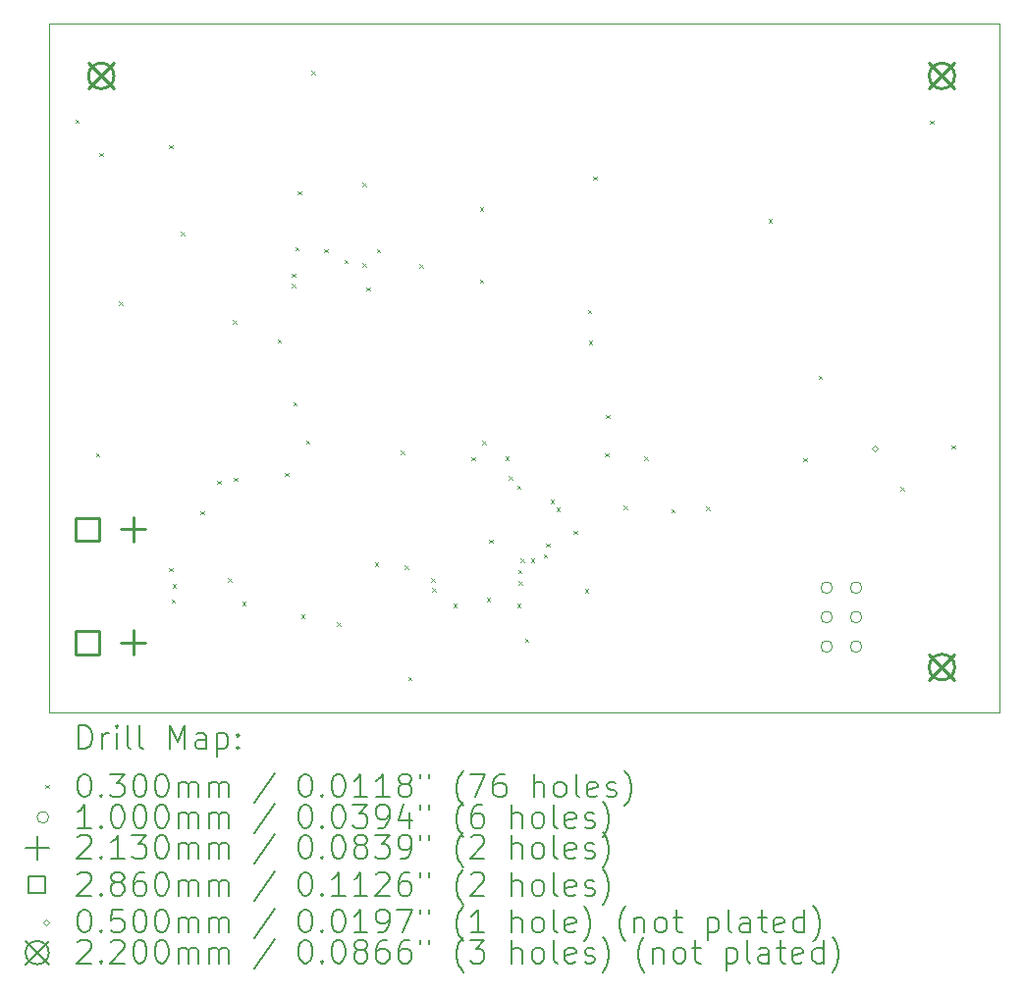
<source format=gbr>
%TF.GenerationSoftware,KiCad,Pcbnew,8.0.1*%
%TF.CreationDate,2024-10-27T18:24:40+01:00*%
%TF.ProjectId,gateway_design_kicad,67617465-7761-4795-9f64-657369676e5f,rev?*%
%TF.SameCoordinates,Original*%
%TF.FileFunction,Drillmap*%
%TF.FilePolarity,Positive*%
%FSLAX45Y45*%
G04 Gerber Fmt 4.5, Leading zero omitted, Abs format (unit mm)*
G04 Created by KiCad (PCBNEW 8.0.1) date 2024-10-27 18:24:40*
%MOMM*%
%LPD*%
G01*
G04 APERTURE LIST*
%ADD10C,0.050000*%
%ADD11C,0.200000*%
%ADD12C,0.100000*%
%ADD13C,0.213000*%
%ADD14C,0.286000*%
%ADD15C,0.220000*%
G04 APERTURE END LIST*
D10*
X8300000Y-5550000D02*
X16500000Y-5550000D01*
X16500000Y-11490000D01*
X8300000Y-11490000D01*
X8300000Y-5550000D01*
D11*
D12*
X8525000Y-6375000D02*
X8555000Y-6405000D01*
X8555000Y-6375000D02*
X8525000Y-6405000D01*
X8705000Y-9255000D02*
X8735000Y-9285000D01*
X8735000Y-9255000D02*
X8705000Y-9285000D01*
X8735000Y-6665000D02*
X8765000Y-6695000D01*
X8765000Y-6665000D02*
X8735000Y-6695000D01*
X8905000Y-7945000D02*
X8935000Y-7975000D01*
X8935000Y-7945000D02*
X8905000Y-7975000D01*
X9335000Y-6595000D02*
X9365000Y-6625000D01*
X9365000Y-6595000D02*
X9335000Y-6625000D01*
X9335000Y-10245000D02*
X9365000Y-10275000D01*
X9365000Y-10245000D02*
X9335000Y-10275000D01*
X9355000Y-10515000D02*
X9385000Y-10545000D01*
X9385000Y-10515000D02*
X9355000Y-10545000D01*
X9365000Y-10385000D02*
X9395000Y-10415000D01*
X9395000Y-10385000D02*
X9365000Y-10415000D01*
X9435000Y-7345000D02*
X9465000Y-7375000D01*
X9465000Y-7345000D02*
X9435000Y-7375000D01*
X9605000Y-9755000D02*
X9635000Y-9785000D01*
X9635000Y-9755000D02*
X9605000Y-9785000D01*
X9750000Y-9490000D02*
X9780000Y-9520000D01*
X9780000Y-9490000D02*
X9750000Y-9520000D01*
X9845000Y-10335000D02*
X9875000Y-10365000D01*
X9875000Y-10335000D02*
X9845000Y-10365000D01*
X9885000Y-8105000D02*
X9915000Y-8135000D01*
X9915000Y-8105000D02*
X9885000Y-8135000D01*
X9895000Y-9465000D02*
X9925000Y-9495000D01*
X9925000Y-9465000D02*
X9895000Y-9495000D01*
X9965000Y-10535000D02*
X9995000Y-10565000D01*
X9995000Y-10535000D02*
X9965000Y-10565000D01*
X10272146Y-8271141D02*
X10302146Y-8301141D01*
X10302146Y-8271141D02*
X10272146Y-8301141D01*
X10335000Y-9425000D02*
X10365000Y-9455000D01*
X10365000Y-9425000D02*
X10335000Y-9455000D01*
X10394038Y-7795962D02*
X10424038Y-7825962D01*
X10424038Y-7795962D02*
X10394038Y-7825962D01*
X10395000Y-7705000D02*
X10425000Y-7735000D01*
X10425000Y-7705000D02*
X10395000Y-7735000D01*
X10405000Y-8815000D02*
X10435000Y-8845000D01*
X10435000Y-8815000D02*
X10405000Y-8845000D01*
X10425000Y-7475000D02*
X10455000Y-7505000D01*
X10455000Y-7475000D02*
X10425000Y-7505000D01*
X10445000Y-6995000D02*
X10475000Y-7025000D01*
X10475000Y-6995000D02*
X10445000Y-7025000D01*
X10475000Y-10645000D02*
X10505000Y-10675000D01*
X10505000Y-10645000D02*
X10475000Y-10675000D01*
X10515000Y-9145000D02*
X10545000Y-9175000D01*
X10545000Y-9145000D02*
X10515000Y-9175000D01*
X10565000Y-5955000D02*
X10595000Y-5985000D01*
X10595000Y-5955000D02*
X10565000Y-5985000D01*
X10675000Y-7495000D02*
X10705000Y-7525000D01*
X10705000Y-7495000D02*
X10675000Y-7525000D01*
X10785000Y-10715000D02*
X10815000Y-10745000D01*
X10815000Y-10715000D02*
X10785000Y-10745000D01*
X10845000Y-7585000D02*
X10875000Y-7615000D01*
X10875000Y-7585000D02*
X10845000Y-7615000D01*
X11002500Y-6922500D02*
X11032500Y-6952500D01*
X11032500Y-6922500D02*
X11002500Y-6952500D01*
X11005000Y-7615000D02*
X11035000Y-7645000D01*
X11035000Y-7615000D02*
X11005000Y-7645000D01*
X11035000Y-7825000D02*
X11065000Y-7855000D01*
X11065000Y-7825000D02*
X11035000Y-7855000D01*
X11110000Y-10200000D02*
X11140000Y-10230000D01*
X11140000Y-10200000D02*
X11110000Y-10230000D01*
X11125000Y-7495000D02*
X11155000Y-7525000D01*
X11155000Y-7495000D02*
X11125000Y-7525000D01*
X11335000Y-9235000D02*
X11365000Y-9265000D01*
X11365000Y-9235000D02*
X11335000Y-9265000D01*
X11365000Y-10225000D02*
X11395000Y-10255000D01*
X11395000Y-10225000D02*
X11365000Y-10255000D01*
X11395000Y-11185000D02*
X11425000Y-11215000D01*
X11425000Y-11185000D02*
X11395000Y-11215000D01*
X11495000Y-7625000D02*
X11525000Y-7655000D01*
X11525000Y-7625000D02*
X11495000Y-7655000D01*
X11595000Y-10335000D02*
X11625000Y-10365000D01*
X11625000Y-10335000D02*
X11595000Y-10365000D01*
X11602979Y-10419146D02*
X11632979Y-10449146D01*
X11632979Y-10419146D02*
X11602979Y-10449146D01*
X11785000Y-10555000D02*
X11815000Y-10585000D01*
X11815000Y-10555000D02*
X11785000Y-10585000D01*
X11942782Y-9286924D02*
X11972782Y-9316924D01*
X11972782Y-9286924D02*
X11942782Y-9316924D01*
X12015000Y-7135000D02*
X12045000Y-7165000D01*
X12045000Y-7135000D02*
X12015000Y-7165000D01*
X12015000Y-7755000D02*
X12045000Y-7785000D01*
X12045000Y-7755000D02*
X12015000Y-7785000D01*
X12035312Y-9150000D02*
X12065312Y-9180000D01*
X12065312Y-9150000D02*
X12035312Y-9180000D01*
X12075000Y-10505000D02*
X12105000Y-10535000D01*
X12105000Y-10505000D02*
X12075000Y-10535000D01*
X12095000Y-10000000D02*
X12125000Y-10030000D01*
X12125000Y-10000000D02*
X12095000Y-10030000D01*
X12234780Y-9285671D02*
X12264780Y-9315671D01*
X12264780Y-9285671D02*
X12234780Y-9315671D01*
X12265000Y-9455000D02*
X12295000Y-9485000D01*
X12295000Y-9455000D02*
X12265000Y-9485000D01*
X12335000Y-9535000D02*
X12365000Y-9565000D01*
X12365000Y-9535000D02*
X12335000Y-9565000D01*
X12335000Y-10555000D02*
X12365000Y-10585000D01*
X12365000Y-10555000D02*
X12335000Y-10585000D01*
X12345000Y-10260000D02*
X12375000Y-10290000D01*
X12375000Y-10260000D02*
X12345000Y-10290000D01*
X12347508Y-10361285D02*
X12377508Y-10391285D01*
X12377508Y-10361285D02*
X12347508Y-10391285D01*
X12364999Y-10165000D02*
X12394999Y-10195000D01*
X12394999Y-10165000D02*
X12364999Y-10195000D01*
X12405000Y-10855000D02*
X12435000Y-10885000D01*
X12435000Y-10855000D02*
X12405000Y-10885000D01*
X12455000Y-10165000D02*
X12485000Y-10195000D01*
X12485000Y-10165000D02*
X12455000Y-10195000D01*
X12565000Y-10125000D02*
X12595000Y-10155000D01*
X12595000Y-10125000D02*
X12565000Y-10155000D01*
X12585000Y-10035000D02*
X12615000Y-10065000D01*
X12615000Y-10035000D02*
X12585000Y-10065000D01*
X12625000Y-9655000D02*
X12655000Y-9685000D01*
X12655000Y-9655000D02*
X12625000Y-9685000D01*
X12675000Y-9725000D02*
X12705000Y-9755000D01*
X12705000Y-9725000D02*
X12675000Y-9755000D01*
X12825000Y-9925000D02*
X12855000Y-9955000D01*
X12855000Y-9925000D02*
X12825000Y-9955000D01*
X12920765Y-10428059D02*
X12950765Y-10458059D01*
X12950765Y-10428059D02*
X12920765Y-10458059D01*
X12945000Y-8018000D02*
X12975000Y-8048000D01*
X12975000Y-8018000D02*
X12945000Y-8048000D01*
X12955000Y-8285000D02*
X12985000Y-8315000D01*
X12985000Y-8285000D02*
X12955000Y-8315000D01*
X12995000Y-6865000D02*
X13025000Y-6895000D01*
X13025000Y-6865000D02*
X12995000Y-6895000D01*
X13095000Y-9255000D02*
X13125000Y-9285000D01*
X13125000Y-9255000D02*
X13095000Y-9285000D01*
X13105000Y-8925000D02*
X13135000Y-8955000D01*
X13135000Y-8925000D02*
X13105000Y-8955000D01*
X13255000Y-9705000D02*
X13285000Y-9735000D01*
X13285000Y-9705000D02*
X13255000Y-9735000D01*
X13435000Y-9285000D02*
X13465000Y-9315000D01*
X13465000Y-9285000D02*
X13435000Y-9315000D01*
X13665000Y-9735000D02*
X13695000Y-9765000D01*
X13695000Y-9735000D02*
X13665000Y-9765000D01*
X13965000Y-9715000D02*
X13995000Y-9745000D01*
X13995000Y-9715000D02*
X13965000Y-9745000D01*
X14505000Y-7235000D02*
X14535000Y-7265000D01*
X14535000Y-7235000D02*
X14505000Y-7265000D01*
X14805000Y-9295000D02*
X14835000Y-9325000D01*
X14835000Y-9295000D02*
X14805000Y-9325000D01*
X14935000Y-8585000D02*
X14965000Y-8615000D01*
X14965000Y-8585000D02*
X14935000Y-8615000D01*
X15645000Y-9548601D02*
X15675000Y-9578601D01*
X15675000Y-9548601D02*
X15645000Y-9578601D01*
X15895000Y-6385000D02*
X15925000Y-6415000D01*
X15925000Y-6385000D02*
X15895000Y-6415000D01*
X16085000Y-9185000D02*
X16115000Y-9215000D01*
X16115000Y-9185000D02*
X16085000Y-9215000D01*
X15056000Y-10416000D02*
G75*
G02*
X14956000Y-10416000I-50000J0D01*
G01*
X14956000Y-10416000D02*
G75*
G02*
X15056000Y-10416000I50000J0D01*
G01*
X15056000Y-10670000D02*
G75*
G02*
X14956000Y-10670000I-50000J0D01*
G01*
X14956000Y-10670000D02*
G75*
G02*
X15056000Y-10670000I50000J0D01*
G01*
X15056000Y-10924000D02*
G75*
G02*
X14956000Y-10924000I-50000J0D01*
G01*
X14956000Y-10924000D02*
G75*
G02*
X15056000Y-10924000I50000J0D01*
G01*
X15310000Y-10416000D02*
G75*
G02*
X15210000Y-10416000I-50000J0D01*
G01*
X15210000Y-10416000D02*
G75*
G02*
X15310000Y-10416000I50000J0D01*
G01*
X15310000Y-10670000D02*
G75*
G02*
X15210000Y-10670000I-50000J0D01*
G01*
X15210000Y-10670000D02*
G75*
G02*
X15310000Y-10670000I50000J0D01*
G01*
X15310000Y-10924000D02*
G75*
G02*
X15210000Y-10924000I-50000J0D01*
G01*
X15210000Y-10924000D02*
G75*
G02*
X15310000Y-10924000I50000J0D01*
G01*
D13*
X9027250Y-9806000D02*
X9027250Y-10019000D01*
X8920750Y-9912500D02*
X9133750Y-9912500D01*
X9027250Y-10781000D02*
X9027250Y-10994000D01*
X8920750Y-10887500D02*
X9133750Y-10887500D01*
D14*
X8728367Y-10013617D02*
X8728367Y-9811383D01*
X8526133Y-9811383D01*
X8526133Y-10013617D01*
X8728367Y-10013617D01*
X8728367Y-10988617D02*
X8728367Y-10786383D01*
X8526133Y-10786383D01*
X8526133Y-10988617D01*
X8728367Y-10988617D01*
D12*
X15420000Y-9237600D02*
X15445000Y-9212600D01*
X15420000Y-9187600D01*
X15395000Y-9212600D01*
X15420000Y-9237600D01*
D15*
X8640000Y-5890000D02*
X8860000Y-6110000D01*
X8860000Y-5890000D02*
X8640000Y-6110000D01*
X8860000Y-6000000D02*
G75*
G02*
X8640000Y-6000000I-110000J0D01*
G01*
X8640000Y-6000000D02*
G75*
G02*
X8860000Y-6000000I110000J0D01*
G01*
X15890000Y-5890000D02*
X16110000Y-6110000D01*
X16110000Y-5890000D02*
X15890000Y-6110000D01*
X16110000Y-6000000D02*
G75*
G02*
X15890000Y-6000000I-110000J0D01*
G01*
X15890000Y-6000000D02*
G75*
G02*
X16110000Y-6000000I110000J0D01*
G01*
X15890000Y-10990000D02*
X16110000Y-11210000D01*
X16110000Y-10990000D02*
X15890000Y-11210000D01*
X16110000Y-11100000D02*
G75*
G02*
X15890000Y-11100000I-110000J0D01*
G01*
X15890000Y-11100000D02*
G75*
G02*
X16110000Y-11100000I110000J0D01*
G01*
D11*
X8558277Y-11803984D02*
X8558277Y-11603984D01*
X8558277Y-11603984D02*
X8605896Y-11603984D01*
X8605896Y-11603984D02*
X8634467Y-11613508D01*
X8634467Y-11613508D02*
X8653515Y-11632555D01*
X8653515Y-11632555D02*
X8663039Y-11651603D01*
X8663039Y-11651603D02*
X8672563Y-11689698D01*
X8672563Y-11689698D02*
X8672563Y-11718269D01*
X8672563Y-11718269D02*
X8663039Y-11756365D01*
X8663039Y-11756365D02*
X8653515Y-11775412D01*
X8653515Y-11775412D02*
X8634467Y-11794460D01*
X8634467Y-11794460D02*
X8605896Y-11803984D01*
X8605896Y-11803984D02*
X8558277Y-11803984D01*
X8758277Y-11803984D02*
X8758277Y-11670650D01*
X8758277Y-11708746D02*
X8767801Y-11689698D01*
X8767801Y-11689698D02*
X8777324Y-11680174D01*
X8777324Y-11680174D02*
X8796372Y-11670650D01*
X8796372Y-11670650D02*
X8815420Y-11670650D01*
X8882086Y-11803984D02*
X8882086Y-11670650D01*
X8882086Y-11603984D02*
X8872563Y-11613508D01*
X8872563Y-11613508D02*
X8882086Y-11623031D01*
X8882086Y-11623031D02*
X8891610Y-11613508D01*
X8891610Y-11613508D02*
X8882086Y-11603984D01*
X8882086Y-11603984D02*
X8882086Y-11623031D01*
X9005896Y-11803984D02*
X8986848Y-11794460D01*
X8986848Y-11794460D02*
X8977324Y-11775412D01*
X8977324Y-11775412D02*
X8977324Y-11603984D01*
X9110658Y-11803984D02*
X9091610Y-11794460D01*
X9091610Y-11794460D02*
X9082086Y-11775412D01*
X9082086Y-11775412D02*
X9082086Y-11603984D01*
X9339229Y-11803984D02*
X9339229Y-11603984D01*
X9339229Y-11603984D02*
X9405896Y-11746841D01*
X9405896Y-11746841D02*
X9472563Y-11603984D01*
X9472563Y-11603984D02*
X9472563Y-11803984D01*
X9653515Y-11803984D02*
X9653515Y-11699222D01*
X9653515Y-11699222D02*
X9643991Y-11680174D01*
X9643991Y-11680174D02*
X9624944Y-11670650D01*
X9624944Y-11670650D02*
X9586848Y-11670650D01*
X9586848Y-11670650D02*
X9567801Y-11680174D01*
X9653515Y-11794460D02*
X9634467Y-11803984D01*
X9634467Y-11803984D02*
X9586848Y-11803984D01*
X9586848Y-11803984D02*
X9567801Y-11794460D01*
X9567801Y-11794460D02*
X9558277Y-11775412D01*
X9558277Y-11775412D02*
X9558277Y-11756365D01*
X9558277Y-11756365D02*
X9567801Y-11737317D01*
X9567801Y-11737317D02*
X9586848Y-11727793D01*
X9586848Y-11727793D02*
X9634467Y-11727793D01*
X9634467Y-11727793D02*
X9653515Y-11718269D01*
X9748753Y-11670650D02*
X9748753Y-11870650D01*
X9748753Y-11680174D02*
X9767801Y-11670650D01*
X9767801Y-11670650D02*
X9805896Y-11670650D01*
X9805896Y-11670650D02*
X9824944Y-11680174D01*
X9824944Y-11680174D02*
X9834467Y-11689698D01*
X9834467Y-11689698D02*
X9843991Y-11708746D01*
X9843991Y-11708746D02*
X9843991Y-11765888D01*
X9843991Y-11765888D02*
X9834467Y-11784936D01*
X9834467Y-11784936D02*
X9824944Y-11794460D01*
X9824944Y-11794460D02*
X9805896Y-11803984D01*
X9805896Y-11803984D02*
X9767801Y-11803984D01*
X9767801Y-11803984D02*
X9748753Y-11794460D01*
X9929705Y-11784936D02*
X9939229Y-11794460D01*
X9939229Y-11794460D02*
X9929705Y-11803984D01*
X9929705Y-11803984D02*
X9920182Y-11794460D01*
X9920182Y-11794460D02*
X9929705Y-11784936D01*
X9929705Y-11784936D02*
X9929705Y-11803984D01*
X9929705Y-11680174D02*
X9939229Y-11689698D01*
X9939229Y-11689698D02*
X9929705Y-11699222D01*
X9929705Y-11699222D02*
X9920182Y-11689698D01*
X9920182Y-11689698D02*
X9929705Y-11680174D01*
X9929705Y-11680174D02*
X9929705Y-11699222D01*
D12*
X8267500Y-12117500D02*
X8297500Y-12147500D01*
X8297500Y-12117500D02*
X8267500Y-12147500D01*
D11*
X8596372Y-12023984D02*
X8615420Y-12023984D01*
X8615420Y-12023984D02*
X8634467Y-12033508D01*
X8634467Y-12033508D02*
X8643991Y-12043031D01*
X8643991Y-12043031D02*
X8653515Y-12062079D01*
X8653515Y-12062079D02*
X8663039Y-12100174D01*
X8663039Y-12100174D02*
X8663039Y-12147793D01*
X8663039Y-12147793D02*
X8653515Y-12185888D01*
X8653515Y-12185888D02*
X8643991Y-12204936D01*
X8643991Y-12204936D02*
X8634467Y-12214460D01*
X8634467Y-12214460D02*
X8615420Y-12223984D01*
X8615420Y-12223984D02*
X8596372Y-12223984D01*
X8596372Y-12223984D02*
X8577324Y-12214460D01*
X8577324Y-12214460D02*
X8567801Y-12204936D01*
X8567801Y-12204936D02*
X8558277Y-12185888D01*
X8558277Y-12185888D02*
X8548753Y-12147793D01*
X8548753Y-12147793D02*
X8548753Y-12100174D01*
X8548753Y-12100174D02*
X8558277Y-12062079D01*
X8558277Y-12062079D02*
X8567801Y-12043031D01*
X8567801Y-12043031D02*
X8577324Y-12033508D01*
X8577324Y-12033508D02*
X8596372Y-12023984D01*
X8748753Y-12204936D02*
X8758277Y-12214460D01*
X8758277Y-12214460D02*
X8748753Y-12223984D01*
X8748753Y-12223984D02*
X8739229Y-12214460D01*
X8739229Y-12214460D02*
X8748753Y-12204936D01*
X8748753Y-12204936D02*
X8748753Y-12223984D01*
X8824944Y-12023984D02*
X8948753Y-12023984D01*
X8948753Y-12023984D02*
X8882086Y-12100174D01*
X8882086Y-12100174D02*
X8910658Y-12100174D01*
X8910658Y-12100174D02*
X8929705Y-12109698D01*
X8929705Y-12109698D02*
X8939229Y-12119222D01*
X8939229Y-12119222D02*
X8948753Y-12138269D01*
X8948753Y-12138269D02*
X8948753Y-12185888D01*
X8948753Y-12185888D02*
X8939229Y-12204936D01*
X8939229Y-12204936D02*
X8929705Y-12214460D01*
X8929705Y-12214460D02*
X8910658Y-12223984D01*
X8910658Y-12223984D02*
X8853515Y-12223984D01*
X8853515Y-12223984D02*
X8834467Y-12214460D01*
X8834467Y-12214460D02*
X8824944Y-12204936D01*
X9072563Y-12023984D02*
X9091610Y-12023984D01*
X9091610Y-12023984D02*
X9110658Y-12033508D01*
X9110658Y-12033508D02*
X9120182Y-12043031D01*
X9120182Y-12043031D02*
X9129705Y-12062079D01*
X9129705Y-12062079D02*
X9139229Y-12100174D01*
X9139229Y-12100174D02*
X9139229Y-12147793D01*
X9139229Y-12147793D02*
X9129705Y-12185888D01*
X9129705Y-12185888D02*
X9120182Y-12204936D01*
X9120182Y-12204936D02*
X9110658Y-12214460D01*
X9110658Y-12214460D02*
X9091610Y-12223984D01*
X9091610Y-12223984D02*
X9072563Y-12223984D01*
X9072563Y-12223984D02*
X9053515Y-12214460D01*
X9053515Y-12214460D02*
X9043991Y-12204936D01*
X9043991Y-12204936D02*
X9034467Y-12185888D01*
X9034467Y-12185888D02*
X9024944Y-12147793D01*
X9024944Y-12147793D02*
X9024944Y-12100174D01*
X9024944Y-12100174D02*
X9034467Y-12062079D01*
X9034467Y-12062079D02*
X9043991Y-12043031D01*
X9043991Y-12043031D02*
X9053515Y-12033508D01*
X9053515Y-12033508D02*
X9072563Y-12023984D01*
X9263039Y-12023984D02*
X9282086Y-12023984D01*
X9282086Y-12023984D02*
X9301134Y-12033508D01*
X9301134Y-12033508D02*
X9310658Y-12043031D01*
X9310658Y-12043031D02*
X9320182Y-12062079D01*
X9320182Y-12062079D02*
X9329705Y-12100174D01*
X9329705Y-12100174D02*
X9329705Y-12147793D01*
X9329705Y-12147793D02*
X9320182Y-12185888D01*
X9320182Y-12185888D02*
X9310658Y-12204936D01*
X9310658Y-12204936D02*
X9301134Y-12214460D01*
X9301134Y-12214460D02*
X9282086Y-12223984D01*
X9282086Y-12223984D02*
X9263039Y-12223984D01*
X9263039Y-12223984D02*
X9243991Y-12214460D01*
X9243991Y-12214460D02*
X9234467Y-12204936D01*
X9234467Y-12204936D02*
X9224944Y-12185888D01*
X9224944Y-12185888D02*
X9215420Y-12147793D01*
X9215420Y-12147793D02*
X9215420Y-12100174D01*
X9215420Y-12100174D02*
X9224944Y-12062079D01*
X9224944Y-12062079D02*
X9234467Y-12043031D01*
X9234467Y-12043031D02*
X9243991Y-12033508D01*
X9243991Y-12033508D02*
X9263039Y-12023984D01*
X9415420Y-12223984D02*
X9415420Y-12090650D01*
X9415420Y-12109698D02*
X9424944Y-12100174D01*
X9424944Y-12100174D02*
X9443991Y-12090650D01*
X9443991Y-12090650D02*
X9472563Y-12090650D01*
X9472563Y-12090650D02*
X9491610Y-12100174D01*
X9491610Y-12100174D02*
X9501134Y-12119222D01*
X9501134Y-12119222D02*
X9501134Y-12223984D01*
X9501134Y-12119222D02*
X9510658Y-12100174D01*
X9510658Y-12100174D02*
X9529705Y-12090650D01*
X9529705Y-12090650D02*
X9558277Y-12090650D01*
X9558277Y-12090650D02*
X9577325Y-12100174D01*
X9577325Y-12100174D02*
X9586848Y-12119222D01*
X9586848Y-12119222D02*
X9586848Y-12223984D01*
X9682086Y-12223984D02*
X9682086Y-12090650D01*
X9682086Y-12109698D02*
X9691610Y-12100174D01*
X9691610Y-12100174D02*
X9710658Y-12090650D01*
X9710658Y-12090650D02*
X9739229Y-12090650D01*
X9739229Y-12090650D02*
X9758277Y-12100174D01*
X9758277Y-12100174D02*
X9767801Y-12119222D01*
X9767801Y-12119222D02*
X9767801Y-12223984D01*
X9767801Y-12119222D02*
X9777325Y-12100174D01*
X9777325Y-12100174D02*
X9796372Y-12090650D01*
X9796372Y-12090650D02*
X9824944Y-12090650D01*
X9824944Y-12090650D02*
X9843991Y-12100174D01*
X9843991Y-12100174D02*
X9853515Y-12119222D01*
X9853515Y-12119222D02*
X9853515Y-12223984D01*
X10243991Y-12014460D02*
X10072563Y-12271603D01*
X10501134Y-12023984D02*
X10520182Y-12023984D01*
X10520182Y-12023984D02*
X10539229Y-12033508D01*
X10539229Y-12033508D02*
X10548753Y-12043031D01*
X10548753Y-12043031D02*
X10558277Y-12062079D01*
X10558277Y-12062079D02*
X10567801Y-12100174D01*
X10567801Y-12100174D02*
X10567801Y-12147793D01*
X10567801Y-12147793D02*
X10558277Y-12185888D01*
X10558277Y-12185888D02*
X10548753Y-12204936D01*
X10548753Y-12204936D02*
X10539229Y-12214460D01*
X10539229Y-12214460D02*
X10520182Y-12223984D01*
X10520182Y-12223984D02*
X10501134Y-12223984D01*
X10501134Y-12223984D02*
X10482087Y-12214460D01*
X10482087Y-12214460D02*
X10472563Y-12204936D01*
X10472563Y-12204936D02*
X10463039Y-12185888D01*
X10463039Y-12185888D02*
X10453515Y-12147793D01*
X10453515Y-12147793D02*
X10453515Y-12100174D01*
X10453515Y-12100174D02*
X10463039Y-12062079D01*
X10463039Y-12062079D02*
X10472563Y-12043031D01*
X10472563Y-12043031D02*
X10482087Y-12033508D01*
X10482087Y-12033508D02*
X10501134Y-12023984D01*
X10653515Y-12204936D02*
X10663039Y-12214460D01*
X10663039Y-12214460D02*
X10653515Y-12223984D01*
X10653515Y-12223984D02*
X10643991Y-12214460D01*
X10643991Y-12214460D02*
X10653515Y-12204936D01*
X10653515Y-12204936D02*
X10653515Y-12223984D01*
X10786848Y-12023984D02*
X10805896Y-12023984D01*
X10805896Y-12023984D02*
X10824944Y-12033508D01*
X10824944Y-12033508D02*
X10834468Y-12043031D01*
X10834468Y-12043031D02*
X10843991Y-12062079D01*
X10843991Y-12062079D02*
X10853515Y-12100174D01*
X10853515Y-12100174D02*
X10853515Y-12147793D01*
X10853515Y-12147793D02*
X10843991Y-12185888D01*
X10843991Y-12185888D02*
X10834468Y-12204936D01*
X10834468Y-12204936D02*
X10824944Y-12214460D01*
X10824944Y-12214460D02*
X10805896Y-12223984D01*
X10805896Y-12223984D02*
X10786848Y-12223984D01*
X10786848Y-12223984D02*
X10767801Y-12214460D01*
X10767801Y-12214460D02*
X10758277Y-12204936D01*
X10758277Y-12204936D02*
X10748753Y-12185888D01*
X10748753Y-12185888D02*
X10739229Y-12147793D01*
X10739229Y-12147793D02*
X10739229Y-12100174D01*
X10739229Y-12100174D02*
X10748753Y-12062079D01*
X10748753Y-12062079D02*
X10758277Y-12043031D01*
X10758277Y-12043031D02*
X10767801Y-12033508D01*
X10767801Y-12033508D02*
X10786848Y-12023984D01*
X11043991Y-12223984D02*
X10929706Y-12223984D01*
X10986848Y-12223984D02*
X10986848Y-12023984D01*
X10986848Y-12023984D02*
X10967801Y-12052555D01*
X10967801Y-12052555D02*
X10948753Y-12071603D01*
X10948753Y-12071603D02*
X10929706Y-12081127D01*
X11234467Y-12223984D02*
X11120182Y-12223984D01*
X11177325Y-12223984D02*
X11177325Y-12023984D01*
X11177325Y-12023984D02*
X11158277Y-12052555D01*
X11158277Y-12052555D02*
X11139229Y-12071603D01*
X11139229Y-12071603D02*
X11120182Y-12081127D01*
X11348753Y-12109698D02*
X11329706Y-12100174D01*
X11329706Y-12100174D02*
X11320182Y-12090650D01*
X11320182Y-12090650D02*
X11310658Y-12071603D01*
X11310658Y-12071603D02*
X11310658Y-12062079D01*
X11310658Y-12062079D02*
X11320182Y-12043031D01*
X11320182Y-12043031D02*
X11329706Y-12033508D01*
X11329706Y-12033508D02*
X11348753Y-12023984D01*
X11348753Y-12023984D02*
X11386848Y-12023984D01*
X11386848Y-12023984D02*
X11405896Y-12033508D01*
X11405896Y-12033508D02*
X11415420Y-12043031D01*
X11415420Y-12043031D02*
X11424944Y-12062079D01*
X11424944Y-12062079D02*
X11424944Y-12071603D01*
X11424944Y-12071603D02*
X11415420Y-12090650D01*
X11415420Y-12090650D02*
X11405896Y-12100174D01*
X11405896Y-12100174D02*
X11386848Y-12109698D01*
X11386848Y-12109698D02*
X11348753Y-12109698D01*
X11348753Y-12109698D02*
X11329706Y-12119222D01*
X11329706Y-12119222D02*
X11320182Y-12128746D01*
X11320182Y-12128746D02*
X11310658Y-12147793D01*
X11310658Y-12147793D02*
X11310658Y-12185888D01*
X11310658Y-12185888D02*
X11320182Y-12204936D01*
X11320182Y-12204936D02*
X11329706Y-12214460D01*
X11329706Y-12214460D02*
X11348753Y-12223984D01*
X11348753Y-12223984D02*
X11386848Y-12223984D01*
X11386848Y-12223984D02*
X11405896Y-12214460D01*
X11405896Y-12214460D02*
X11415420Y-12204936D01*
X11415420Y-12204936D02*
X11424944Y-12185888D01*
X11424944Y-12185888D02*
X11424944Y-12147793D01*
X11424944Y-12147793D02*
X11415420Y-12128746D01*
X11415420Y-12128746D02*
X11405896Y-12119222D01*
X11405896Y-12119222D02*
X11386848Y-12109698D01*
X11501134Y-12023984D02*
X11501134Y-12062079D01*
X11577325Y-12023984D02*
X11577325Y-12062079D01*
X11872563Y-12300174D02*
X11863039Y-12290650D01*
X11863039Y-12290650D02*
X11843991Y-12262079D01*
X11843991Y-12262079D02*
X11834468Y-12243031D01*
X11834468Y-12243031D02*
X11824944Y-12214460D01*
X11824944Y-12214460D02*
X11815420Y-12166841D01*
X11815420Y-12166841D02*
X11815420Y-12128746D01*
X11815420Y-12128746D02*
X11824944Y-12081127D01*
X11824944Y-12081127D02*
X11834468Y-12052555D01*
X11834468Y-12052555D02*
X11843991Y-12033508D01*
X11843991Y-12033508D02*
X11863039Y-12004936D01*
X11863039Y-12004936D02*
X11872563Y-11995412D01*
X11929706Y-12023984D02*
X12063039Y-12023984D01*
X12063039Y-12023984D02*
X11977325Y-12223984D01*
X12224944Y-12023984D02*
X12186848Y-12023984D01*
X12186848Y-12023984D02*
X12167801Y-12033508D01*
X12167801Y-12033508D02*
X12158277Y-12043031D01*
X12158277Y-12043031D02*
X12139229Y-12071603D01*
X12139229Y-12071603D02*
X12129706Y-12109698D01*
X12129706Y-12109698D02*
X12129706Y-12185888D01*
X12129706Y-12185888D02*
X12139229Y-12204936D01*
X12139229Y-12204936D02*
X12148753Y-12214460D01*
X12148753Y-12214460D02*
X12167801Y-12223984D01*
X12167801Y-12223984D02*
X12205896Y-12223984D01*
X12205896Y-12223984D02*
X12224944Y-12214460D01*
X12224944Y-12214460D02*
X12234468Y-12204936D01*
X12234468Y-12204936D02*
X12243991Y-12185888D01*
X12243991Y-12185888D02*
X12243991Y-12138269D01*
X12243991Y-12138269D02*
X12234468Y-12119222D01*
X12234468Y-12119222D02*
X12224944Y-12109698D01*
X12224944Y-12109698D02*
X12205896Y-12100174D01*
X12205896Y-12100174D02*
X12167801Y-12100174D01*
X12167801Y-12100174D02*
X12148753Y-12109698D01*
X12148753Y-12109698D02*
X12139229Y-12119222D01*
X12139229Y-12119222D02*
X12129706Y-12138269D01*
X12482087Y-12223984D02*
X12482087Y-12023984D01*
X12567801Y-12223984D02*
X12567801Y-12119222D01*
X12567801Y-12119222D02*
X12558277Y-12100174D01*
X12558277Y-12100174D02*
X12539230Y-12090650D01*
X12539230Y-12090650D02*
X12510658Y-12090650D01*
X12510658Y-12090650D02*
X12491610Y-12100174D01*
X12491610Y-12100174D02*
X12482087Y-12109698D01*
X12691610Y-12223984D02*
X12672563Y-12214460D01*
X12672563Y-12214460D02*
X12663039Y-12204936D01*
X12663039Y-12204936D02*
X12653515Y-12185888D01*
X12653515Y-12185888D02*
X12653515Y-12128746D01*
X12653515Y-12128746D02*
X12663039Y-12109698D01*
X12663039Y-12109698D02*
X12672563Y-12100174D01*
X12672563Y-12100174D02*
X12691610Y-12090650D01*
X12691610Y-12090650D02*
X12720182Y-12090650D01*
X12720182Y-12090650D02*
X12739230Y-12100174D01*
X12739230Y-12100174D02*
X12748753Y-12109698D01*
X12748753Y-12109698D02*
X12758277Y-12128746D01*
X12758277Y-12128746D02*
X12758277Y-12185888D01*
X12758277Y-12185888D02*
X12748753Y-12204936D01*
X12748753Y-12204936D02*
X12739230Y-12214460D01*
X12739230Y-12214460D02*
X12720182Y-12223984D01*
X12720182Y-12223984D02*
X12691610Y-12223984D01*
X12872563Y-12223984D02*
X12853515Y-12214460D01*
X12853515Y-12214460D02*
X12843991Y-12195412D01*
X12843991Y-12195412D02*
X12843991Y-12023984D01*
X13024944Y-12214460D02*
X13005896Y-12223984D01*
X13005896Y-12223984D02*
X12967801Y-12223984D01*
X12967801Y-12223984D02*
X12948753Y-12214460D01*
X12948753Y-12214460D02*
X12939230Y-12195412D01*
X12939230Y-12195412D02*
X12939230Y-12119222D01*
X12939230Y-12119222D02*
X12948753Y-12100174D01*
X12948753Y-12100174D02*
X12967801Y-12090650D01*
X12967801Y-12090650D02*
X13005896Y-12090650D01*
X13005896Y-12090650D02*
X13024944Y-12100174D01*
X13024944Y-12100174D02*
X13034468Y-12119222D01*
X13034468Y-12119222D02*
X13034468Y-12138269D01*
X13034468Y-12138269D02*
X12939230Y-12157317D01*
X13110658Y-12214460D02*
X13129706Y-12223984D01*
X13129706Y-12223984D02*
X13167801Y-12223984D01*
X13167801Y-12223984D02*
X13186849Y-12214460D01*
X13186849Y-12214460D02*
X13196372Y-12195412D01*
X13196372Y-12195412D02*
X13196372Y-12185888D01*
X13196372Y-12185888D02*
X13186849Y-12166841D01*
X13186849Y-12166841D02*
X13167801Y-12157317D01*
X13167801Y-12157317D02*
X13139230Y-12157317D01*
X13139230Y-12157317D02*
X13120182Y-12147793D01*
X13120182Y-12147793D02*
X13110658Y-12128746D01*
X13110658Y-12128746D02*
X13110658Y-12119222D01*
X13110658Y-12119222D02*
X13120182Y-12100174D01*
X13120182Y-12100174D02*
X13139230Y-12090650D01*
X13139230Y-12090650D02*
X13167801Y-12090650D01*
X13167801Y-12090650D02*
X13186849Y-12100174D01*
X13263039Y-12300174D02*
X13272563Y-12290650D01*
X13272563Y-12290650D02*
X13291611Y-12262079D01*
X13291611Y-12262079D02*
X13301134Y-12243031D01*
X13301134Y-12243031D02*
X13310658Y-12214460D01*
X13310658Y-12214460D02*
X13320182Y-12166841D01*
X13320182Y-12166841D02*
X13320182Y-12128746D01*
X13320182Y-12128746D02*
X13310658Y-12081127D01*
X13310658Y-12081127D02*
X13301134Y-12052555D01*
X13301134Y-12052555D02*
X13291611Y-12033508D01*
X13291611Y-12033508D02*
X13272563Y-12004936D01*
X13272563Y-12004936D02*
X13263039Y-11995412D01*
D12*
X8297500Y-12396500D02*
G75*
G02*
X8197500Y-12396500I-50000J0D01*
G01*
X8197500Y-12396500D02*
G75*
G02*
X8297500Y-12396500I50000J0D01*
G01*
D11*
X8663039Y-12487984D02*
X8548753Y-12487984D01*
X8605896Y-12487984D02*
X8605896Y-12287984D01*
X8605896Y-12287984D02*
X8586848Y-12316555D01*
X8586848Y-12316555D02*
X8567801Y-12335603D01*
X8567801Y-12335603D02*
X8548753Y-12345127D01*
X8748753Y-12468936D02*
X8758277Y-12478460D01*
X8758277Y-12478460D02*
X8748753Y-12487984D01*
X8748753Y-12487984D02*
X8739229Y-12478460D01*
X8739229Y-12478460D02*
X8748753Y-12468936D01*
X8748753Y-12468936D02*
X8748753Y-12487984D01*
X8882086Y-12287984D02*
X8901134Y-12287984D01*
X8901134Y-12287984D02*
X8920182Y-12297508D01*
X8920182Y-12297508D02*
X8929705Y-12307031D01*
X8929705Y-12307031D02*
X8939229Y-12326079D01*
X8939229Y-12326079D02*
X8948753Y-12364174D01*
X8948753Y-12364174D02*
X8948753Y-12411793D01*
X8948753Y-12411793D02*
X8939229Y-12449888D01*
X8939229Y-12449888D02*
X8929705Y-12468936D01*
X8929705Y-12468936D02*
X8920182Y-12478460D01*
X8920182Y-12478460D02*
X8901134Y-12487984D01*
X8901134Y-12487984D02*
X8882086Y-12487984D01*
X8882086Y-12487984D02*
X8863039Y-12478460D01*
X8863039Y-12478460D02*
X8853515Y-12468936D01*
X8853515Y-12468936D02*
X8843991Y-12449888D01*
X8843991Y-12449888D02*
X8834467Y-12411793D01*
X8834467Y-12411793D02*
X8834467Y-12364174D01*
X8834467Y-12364174D02*
X8843991Y-12326079D01*
X8843991Y-12326079D02*
X8853515Y-12307031D01*
X8853515Y-12307031D02*
X8863039Y-12297508D01*
X8863039Y-12297508D02*
X8882086Y-12287984D01*
X9072563Y-12287984D02*
X9091610Y-12287984D01*
X9091610Y-12287984D02*
X9110658Y-12297508D01*
X9110658Y-12297508D02*
X9120182Y-12307031D01*
X9120182Y-12307031D02*
X9129705Y-12326079D01*
X9129705Y-12326079D02*
X9139229Y-12364174D01*
X9139229Y-12364174D02*
X9139229Y-12411793D01*
X9139229Y-12411793D02*
X9129705Y-12449888D01*
X9129705Y-12449888D02*
X9120182Y-12468936D01*
X9120182Y-12468936D02*
X9110658Y-12478460D01*
X9110658Y-12478460D02*
X9091610Y-12487984D01*
X9091610Y-12487984D02*
X9072563Y-12487984D01*
X9072563Y-12487984D02*
X9053515Y-12478460D01*
X9053515Y-12478460D02*
X9043991Y-12468936D01*
X9043991Y-12468936D02*
X9034467Y-12449888D01*
X9034467Y-12449888D02*
X9024944Y-12411793D01*
X9024944Y-12411793D02*
X9024944Y-12364174D01*
X9024944Y-12364174D02*
X9034467Y-12326079D01*
X9034467Y-12326079D02*
X9043991Y-12307031D01*
X9043991Y-12307031D02*
X9053515Y-12297508D01*
X9053515Y-12297508D02*
X9072563Y-12287984D01*
X9263039Y-12287984D02*
X9282086Y-12287984D01*
X9282086Y-12287984D02*
X9301134Y-12297508D01*
X9301134Y-12297508D02*
X9310658Y-12307031D01*
X9310658Y-12307031D02*
X9320182Y-12326079D01*
X9320182Y-12326079D02*
X9329705Y-12364174D01*
X9329705Y-12364174D02*
X9329705Y-12411793D01*
X9329705Y-12411793D02*
X9320182Y-12449888D01*
X9320182Y-12449888D02*
X9310658Y-12468936D01*
X9310658Y-12468936D02*
X9301134Y-12478460D01*
X9301134Y-12478460D02*
X9282086Y-12487984D01*
X9282086Y-12487984D02*
X9263039Y-12487984D01*
X9263039Y-12487984D02*
X9243991Y-12478460D01*
X9243991Y-12478460D02*
X9234467Y-12468936D01*
X9234467Y-12468936D02*
X9224944Y-12449888D01*
X9224944Y-12449888D02*
X9215420Y-12411793D01*
X9215420Y-12411793D02*
X9215420Y-12364174D01*
X9215420Y-12364174D02*
X9224944Y-12326079D01*
X9224944Y-12326079D02*
X9234467Y-12307031D01*
X9234467Y-12307031D02*
X9243991Y-12297508D01*
X9243991Y-12297508D02*
X9263039Y-12287984D01*
X9415420Y-12487984D02*
X9415420Y-12354650D01*
X9415420Y-12373698D02*
X9424944Y-12364174D01*
X9424944Y-12364174D02*
X9443991Y-12354650D01*
X9443991Y-12354650D02*
X9472563Y-12354650D01*
X9472563Y-12354650D02*
X9491610Y-12364174D01*
X9491610Y-12364174D02*
X9501134Y-12383222D01*
X9501134Y-12383222D02*
X9501134Y-12487984D01*
X9501134Y-12383222D02*
X9510658Y-12364174D01*
X9510658Y-12364174D02*
X9529705Y-12354650D01*
X9529705Y-12354650D02*
X9558277Y-12354650D01*
X9558277Y-12354650D02*
X9577325Y-12364174D01*
X9577325Y-12364174D02*
X9586848Y-12383222D01*
X9586848Y-12383222D02*
X9586848Y-12487984D01*
X9682086Y-12487984D02*
X9682086Y-12354650D01*
X9682086Y-12373698D02*
X9691610Y-12364174D01*
X9691610Y-12364174D02*
X9710658Y-12354650D01*
X9710658Y-12354650D02*
X9739229Y-12354650D01*
X9739229Y-12354650D02*
X9758277Y-12364174D01*
X9758277Y-12364174D02*
X9767801Y-12383222D01*
X9767801Y-12383222D02*
X9767801Y-12487984D01*
X9767801Y-12383222D02*
X9777325Y-12364174D01*
X9777325Y-12364174D02*
X9796372Y-12354650D01*
X9796372Y-12354650D02*
X9824944Y-12354650D01*
X9824944Y-12354650D02*
X9843991Y-12364174D01*
X9843991Y-12364174D02*
X9853515Y-12383222D01*
X9853515Y-12383222D02*
X9853515Y-12487984D01*
X10243991Y-12278460D02*
X10072563Y-12535603D01*
X10501134Y-12287984D02*
X10520182Y-12287984D01*
X10520182Y-12287984D02*
X10539229Y-12297508D01*
X10539229Y-12297508D02*
X10548753Y-12307031D01*
X10548753Y-12307031D02*
X10558277Y-12326079D01*
X10558277Y-12326079D02*
X10567801Y-12364174D01*
X10567801Y-12364174D02*
X10567801Y-12411793D01*
X10567801Y-12411793D02*
X10558277Y-12449888D01*
X10558277Y-12449888D02*
X10548753Y-12468936D01*
X10548753Y-12468936D02*
X10539229Y-12478460D01*
X10539229Y-12478460D02*
X10520182Y-12487984D01*
X10520182Y-12487984D02*
X10501134Y-12487984D01*
X10501134Y-12487984D02*
X10482087Y-12478460D01*
X10482087Y-12478460D02*
X10472563Y-12468936D01*
X10472563Y-12468936D02*
X10463039Y-12449888D01*
X10463039Y-12449888D02*
X10453515Y-12411793D01*
X10453515Y-12411793D02*
X10453515Y-12364174D01*
X10453515Y-12364174D02*
X10463039Y-12326079D01*
X10463039Y-12326079D02*
X10472563Y-12307031D01*
X10472563Y-12307031D02*
X10482087Y-12297508D01*
X10482087Y-12297508D02*
X10501134Y-12287984D01*
X10653515Y-12468936D02*
X10663039Y-12478460D01*
X10663039Y-12478460D02*
X10653515Y-12487984D01*
X10653515Y-12487984D02*
X10643991Y-12478460D01*
X10643991Y-12478460D02*
X10653515Y-12468936D01*
X10653515Y-12468936D02*
X10653515Y-12487984D01*
X10786848Y-12287984D02*
X10805896Y-12287984D01*
X10805896Y-12287984D02*
X10824944Y-12297508D01*
X10824944Y-12297508D02*
X10834468Y-12307031D01*
X10834468Y-12307031D02*
X10843991Y-12326079D01*
X10843991Y-12326079D02*
X10853515Y-12364174D01*
X10853515Y-12364174D02*
X10853515Y-12411793D01*
X10853515Y-12411793D02*
X10843991Y-12449888D01*
X10843991Y-12449888D02*
X10834468Y-12468936D01*
X10834468Y-12468936D02*
X10824944Y-12478460D01*
X10824944Y-12478460D02*
X10805896Y-12487984D01*
X10805896Y-12487984D02*
X10786848Y-12487984D01*
X10786848Y-12487984D02*
X10767801Y-12478460D01*
X10767801Y-12478460D02*
X10758277Y-12468936D01*
X10758277Y-12468936D02*
X10748753Y-12449888D01*
X10748753Y-12449888D02*
X10739229Y-12411793D01*
X10739229Y-12411793D02*
X10739229Y-12364174D01*
X10739229Y-12364174D02*
X10748753Y-12326079D01*
X10748753Y-12326079D02*
X10758277Y-12307031D01*
X10758277Y-12307031D02*
X10767801Y-12297508D01*
X10767801Y-12297508D02*
X10786848Y-12287984D01*
X10920182Y-12287984D02*
X11043991Y-12287984D01*
X11043991Y-12287984D02*
X10977325Y-12364174D01*
X10977325Y-12364174D02*
X11005896Y-12364174D01*
X11005896Y-12364174D02*
X11024944Y-12373698D01*
X11024944Y-12373698D02*
X11034468Y-12383222D01*
X11034468Y-12383222D02*
X11043991Y-12402269D01*
X11043991Y-12402269D02*
X11043991Y-12449888D01*
X11043991Y-12449888D02*
X11034468Y-12468936D01*
X11034468Y-12468936D02*
X11024944Y-12478460D01*
X11024944Y-12478460D02*
X11005896Y-12487984D01*
X11005896Y-12487984D02*
X10948753Y-12487984D01*
X10948753Y-12487984D02*
X10929706Y-12478460D01*
X10929706Y-12478460D02*
X10920182Y-12468936D01*
X11139229Y-12487984D02*
X11177325Y-12487984D01*
X11177325Y-12487984D02*
X11196372Y-12478460D01*
X11196372Y-12478460D02*
X11205896Y-12468936D01*
X11205896Y-12468936D02*
X11224944Y-12440365D01*
X11224944Y-12440365D02*
X11234467Y-12402269D01*
X11234467Y-12402269D02*
X11234467Y-12326079D01*
X11234467Y-12326079D02*
X11224944Y-12307031D01*
X11224944Y-12307031D02*
X11215420Y-12297508D01*
X11215420Y-12297508D02*
X11196372Y-12287984D01*
X11196372Y-12287984D02*
X11158277Y-12287984D01*
X11158277Y-12287984D02*
X11139229Y-12297508D01*
X11139229Y-12297508D02*
X11129706Y-12307031D01*
X11129706Y-12307031D02*
X11120182Y-12326079D01*
X11120182Y-12326079D02*
X11120182Y-12373698D01*
X11120182Y-12373698D02*
X11129706Y-12392746D01*
X11129706Y-12392746D02*
X11139229Y-12402269D01*
X11139229Y-12402269D02*
X11158277Y-12411793D01*
X11158277Y-12411793D02*
X11196372Y-12411793D01*
X11196372Y-12411793D02*
X11215420Y-12402269D01*
X11215420Y-12402269D02*
X11224944Y-12392746D01*
X11224944Y-12392746D02*
X11234467Y-12373698D01*
X11405896Y-12354650D02*
X11405896Y-12487984D01*
X11358277Y-12278460D02*
X11310658Y-12421317D01*
X11310658Y-12421317D02*
X11434467Y-12421317D01*
X11501134Y-12287984D02*
X11501134Y-12326079D01*
X11577325Y-12287984D02*
X11577325Y-12326079D01*
X11872563Y-12564174D02*
X11863039Y-12554650D01*
X11863039Y-12554650D02*
X11843991Y-12526079D01*
X11843991Y-12526079D02*
X11834468Y-12507031D01*
X11834468Y-12507031D02*
X11824944Y-12478460D01*
X11824944Y-12478460D02*
X11815420Y-12430841D01*
X11815420Y-12430841D02*
X11815420Y-12392746D01*
X11815420Y-12392746D02*
X11824944Y-12345127D01*
X11824944Y-12345127D02*
X11834468Y-12316555D01*
X11834468Y-12316555D02*
X11843991Y-12297508D01*
X11843991Y-12297508D02*
X11863039Y-12268936D01*
X11863039Y-12268936D02*
X11872563Y-12259412D01*
X12034468Y-12287984D02*
X11996372Y-12287984D01*
X11996372Y-12287984D02*
X11977325Y-12297508D01*
X11977325Y-12297508D02*
X11967801Y-12307031D01*
X11967801Y-12307031D02*
X11948753Y-12335603D01*
X11948753Y-12335603D02*
X11939229Y-12373698D01*
X11939229Y-12373698D02*
X11939229Y-12449888D01*
X11939229Y-12449888D02*
X11948753Y-12468936D01*
X11948753Y-12468936D02*
X11958277Y-12478460D01*
X11958277Y-12478460D02*
X11977325Y-12487984D01*
X11977325Y-12487984D02*
X12015420Y-12487984D01*
X12015420Y-12487984D02*
X12034468Y-12478460D01*
X12034468Y-12478460D02*
X12043991Y-12468936D01*
X12043991Y-12468936D02*
X12053515Y-12449888D01*
X12053515Y-12449888D02*
X12053515Y-12402269D01*
X12053515Y-12402269D02*
X12043991Y-12383222D01*
X12043991Y-12383222D02*
X12034468Y-12373698D01*
X12034468Y-12373698D02*
X12015420Y-12364174D01*
X12015420Y-12364174D02*
X11977325Y-12364174D01*
X11977325Y-12364174D02*
X11958277Y-12373698D01*
X11958277Y-12373698D02*
X11948753Y-12383222D01*
X11948753Y-12383222D02*
X11939229Y-12402269D01*
X12291610Y-12487984D02*
X12291610Y-12287984D01*
X12377325Y-12487984D02*
X12377325Y-12383222D01*
X12377325Y-12383222D02*
X12367801Y-12364174D01*
X12367801Y-12364174D02*
X12348753Y-12354650D01*
X12348753Y-12354650D02*
X12320182Y-12354650D01*
X12320182Y-12354650D02*
X12301134Y-12364174D01*
X12301134Y-12364174D02*
X12291610Y-12373698D01*
X12501134Y-12487984D02*
X12482087Y-12478460D01*
X12482087Y-12478460D02*
X12472563Y-12468936D01*
X12472563Y-12468936D02*
X12463039Y-12449888D01*
X12463039Y-12449888D02*
X12463039Y-12392746D01*
X12463039Y-12392746D02*
X12472563Y-12373698D01*
X12472563Y-12373698D02*
X12482087Y-12364174D01*
X12482087Y-12364174D02*
X12501134Y-12354650D01*
X12501134Y-12354650D02*
X12529706Y-12354650D01*
X12529706Y-12354650D02*
X12548753Y-12364174D01*
X12548753Y-12364174D02*
X12558277Y-12373698D01*
X12558277Y-12373698D02*
X12567801Y-12392746D01*
X12567801Y-12392746D02*
X12567801Y-12449888D01*
X12567801Y-12449888D02*
X12558277Y-12468936D01*
X12558277Y-12468936D02*
X12548753Y-12478460D01*
X12548753Y-12478460D02*
X12529706Y-12487984D01*
X12529706Y-12487984D02*
X12501134Y-12487984D01*
X12682087Y-12487984D02*
X12663039Y-12478460D01*
X12663039Y-12478460D02*
X12653515Y-12459412D01*
X12653515Y-12459412D02*
X12653515Y-12287984D01*
X12834468Y-12478460D02*
X12815420Y-12487984D01*
X12815420Y-12487984D02*
X12777325Y-12487984D01*
X12777325Y-12487984D02*
X12758277Y-12478460D01*
X12758277Y-12478460D02*
X12748753Y-12459412D01*
X12748753Y-12459412D02*
X12748753Y-12383222D01*
X12748753Y-12383222D02*
X12758277Y-12364174D01*
X12758277Y-12364174D02*
X12777325Y-12354650D01*
X12777325Y-12354650D02*
X12815420Y-12354650D01*
X12815420Y-12354650D02*
X12834468Y-12364174D01*
X12834468Y-12364174D02*
X12843991Y-12383222D01*
X12843991Y-12383222D02*
X12843991Y-12402269D01*
X12843991Y-12402269D02*
X12748753Y-12421317D01*
X12920182Y-12478460D02*
X12939230Y-12487984D01*
X12939230Y-12487984D02*
X12977325Y-12487984D01*
X12977325Y-12487984D02*
X12996372Y-12478460D01*
X12996372Y-12478460D02*
X13005896Y-12459412D01*
X13005896Y-12459412D02*
X13005896Y-12449888D01*
X13005896Y-12449888D02*
X12996372Y-12430841D01*
X12996372Y-12430841D02*
X12977325Y-12421317D01*
X12977325Y-12421317D02*
X12948753Y-12421317D01*
X12948753Y-12421317D02*
X12929706Y-12411793D01*
X12929706Y-12411793D02*
X12920182Y-12392746D01*
X12920182Y-12392746D02*
X12920182Y-12383222D01*
X12920182Y-12383222D02*
X12929706Y-12364174D01*
X12929706Y-12364174D02*
X12948753Y-12354650D01*
X12948753Y-12354650D02*
X12977325Y-12354650D01*
X12977325Y-12354650D02*
X12996372Y-12364174D01*
X13072563Y-12564174D02*
X13082087Y-12554650D01*
X13082087Y-12554650D02*
X13101134Y-12526079D01*
X13101134Y-12526079D02*
X13110658Y-12507031D01*
X13110658Y-12507031D02*
X13120182Y-12478460D01*
X13120182Y-12478460D02*
X13129706Y-12430841D01*
X13129706Y-12430841D02*
X13129706Y-12392746D01*
X13129706Y-12392746D02*
X13120182Y-12345127D01*
X13120182Y-12345127D02*
X13110658Y-12316555D01*
X13110658Y-12316555D02*
X13101134Y-12297508D01*
X13101134Y-12297508D02*
X13082087Y-12268936D01*
X13082087Y-12268936D02*
X13072563Y-12259412D01*
X8197500Y-12560500D02*
X8197500Y-12760500D01*
X8097500Y-12660500D02*
X8297500Y-12660500D01*
X8548753Y-12571031D02*
X8558277Y-12561508D01*
X8558277Y-12561508D02*
X8577324Y-12551984D01*
X8577324Y-12551984D02*
X8624944Y-12551984D01*
X8624944Y-12551984D02*
X8643991Y-12561508D01*
X8643991Y-12561508D02*
X8653515Y-12571031D01*
X8653515Y-12571031D02*
X8663039Y-12590079D01*
X8663039Y-12590079D02*
X8663039Y-12609127D01*
X8663039Y-12609127D02*
X8653515Y-12637698D01*
X8653515Y-12637698D02*
X8539229Y-12751984D01*
X8539229Y-12751984D02*
X8663039Y-12751984D01*
X8748753Y-12732936D02*
X8758277Y-12742460D01*
X8758277Y-12742460D02*
X8748753Y-12751984D01*
X8748753Y-12751984D02*
X8739229Y-12742460D01*
X8739229Y-12742460D02*
X8748753Y-12732936D01*
X8748753Y-12732936D02*
X8748753Y-12751984D01*
X8948753Y-12751984D02*
X8834467Y-12751984D01*
X8891610Y-12751984D02*
X8891610Y-12551984D01*
X8891610Y-12551984D02*
X8872563Y-12580555D01*
X8872563Y-12580555D02*
X8853515Y-12599603D01*
X8853515Y-12599603D02*
X8834467Y-12609127D01*
X9015420Y-12551984D02*
X9139229Y-12551984D01*
X9139229Y-12551984D02*
X9072563Y-12628174D01*
X9072563Y-12628174D02*
X9101134Y-12628174D01*
X9101134Y-12628174D02*
X9120182Y-12637698D01*
X9120182Y-12637698D02*
X9129705Y-12647222D01*
X9129705Y-12647222D02*
X9139229Y-12666269D01*
X9139229Y-12666269D02*
X9139229Y-12713888D01*
X9139229Y-12713888D02*
X9129705Y-12732936D01*
X9129705Y-12732936D02*
X9120182Y-12742460D01*
X9120182Y-12742460D02*
X9101134Y-12751984D01*
X9101134Y-12751984D02*
X9043991Y-12751984D01*
X9043991Y-12751984D02*
X9024944Y-12742460D01*
X9024944Y-12742460D02*
X9015420Y-12732936D01*
X9263039Y-12551984D02*
X9282086Y-12551984D01*
X9282086Y-12551984D02*
X9301134Y-12561508D01*
X9301134Y-12561508D02*
X9310658Y-12571031D01*
X9310658Y-12571031D02*
X9320182Y-12590079D01*
X9320182Y-12590079D02*
X9329705Y-12628174D01*
X9329705Y-12628174D02*
X9329705Y-12675793D01*
X9329705Y-12675793D02*
X9320182Y-12713888D01*
X9320182Y-12713888D02*
X9310658Y-12732936D01*
X9310658Y-12732936D02*
X9301134Y-12742460D01*
X9301134Y-12742460D02*
X9282086Y-12751984D01*
X9282086Y-12751984D02*
X9263039Y-12751984D01*
X9263039Y-12751984D02*
X9243991Y-12742460D01*
X9243991Y-12742460D02*
X9234467Y-12732936D01*
X9234467Y-12732936D02*
X9224944Y-12713888D01*
X9224944Y-12713888D02*
X9215420Y-12675793D01*
X9215420Y-12675793D02*
X9215420Y-12628174D01*
X9215420Y-12628174D02*
X9224944Y-12590079D01*
X9224944Y-12590079D02*
X9234467Y-12571031D01*
X9234467Y-12571031D02*
X9243991Y-12561508D01*
X9243991Y-12561508D02*
X9263039Y-12551984D01*
X9415420Y-12751984D02*
X9415420Y-12618650D01*
X9415420Y-12637698D02*
X9424944Y-12628174D01*
X9424944Y-12628174D02*
X9443991Y-12618650D01*
X9443991Y-12618650D02*
X9472563Y-12618650D01*
X9472563Y-12618650D02*
X9491610Y-12628174D01*
X9491610Y-12628174D02*
X9501134Y-12647222D01*
X9501134Y-12647222D02*
X9501134Y-12751984D01*
X9501134Y-12647222D02*
X9510658Y-12628174D01*
X9510658Y-12628174D02*
X9529705Y-12618650D01*
X9529705Y-12618650D02*
X9558277Y-12618650D01*
X9558277Y-12618650D02*
X9577325Y-12628174D01*
X9577325Y-12628174D02*
X9586848Y-12647222D01*
X9586848Y-12647222D02*
X9586848Y-12751984D01*
X9682086Y-12751984D02*
X9682086Y-12618650D01*
X9682086Y-12637698D02*
X9691610Y-12628174D01*
X9691610Y-12628174D02*
X9710658Y-12618650D01*
X9710658Y-12618650D02*
X9739229Y-12618650D01*
X9739229Y-12618650D02*
X9758277Y-12628174D01*
X9758277Y-12628174D02*
X9767801Y-12647222D01*
X9767801Y-12647222D02*
X9767801Y-12751984D01*
X9767801Y-12647222D02*
X9777325Y-12628174D01*
X9777325Y-12628174D02*
X9796372Y-12618650D01*
X9796372Y-12618650D02*
X9824944Y-12618650D01*
X9824944Y-12618650D02*
X9843991Y-12628174D01*
X9843991Y-12628174D02*
X9853515Y-12647222D01*
X9853515Y-12647222D02*
X9853515Y-12751984D01*
X10243991Y-12542460D02*
X10072563Y-12799603D01*
X10501134Y-12551984D02*
X10520182Y-12551984D01*
X10520182Y-12551984D02*
X10539229Y-12561508D01*
X10539229Y-12561508D02*
X10548753Y-12571031D01*
X10548753Y-12571031D02*
X10558277Y-12590079D01*
X10558277Y-12590079D02*
X10567801Y-12628174D01*
X10567801Y-12628174D02*
X10567801Y-12675793D01*
X10567801Y-12675793D02*
X10558277Y-12713888D01*
X10558277Y-12713888D02*
X10548753Y-12732936D01*
X10548753Y-12732936D02*
X10539229Y-12742460D01*
X10539229Y-12742460D02*
X10520182Y-12751984D01*
X10520182Y-12751984D02*
X10501134Y-12751984D01*
X10501134Y-12751984D02*
X10482087Y-12742460D01*
X10482087Y-12742460D02*
X10472563Y-12732936D01*
X10472563Y-12732936D02*
X10463039Y-12713888D01*
X10463039Y-12713888D02*
X10453515Y-12675793D01*
X10453515Y-12675793D02*
X10453515Y-12628174D01*
X10453515Y-12628174D02*
X10463039Y-12590079D01*
X10463039Y-12590079D02*
X10472563Y-12571031D01*
X10472563Y-12571031D02*
X10482087Y-12561508D01*
X10482087Y-12561508D02*
X10501134Y-12551984D01*
X10653515Y-12732936D02*
X10663039Y-12742460D01*
X10663039Y-12742460D02*
X10653515Y-12751984D01*
X10653515Y-12751984D02*
X10643991Y-12742460D01*
X10643991Y-12742460D02*
X10653515Y-12732936D01*
X10653515Y-12732936D02*
X10653515Y-12751984D01*
X10786848Y-12551984D02*
X10805896Y-12551984D01*
X10805896Y-12551984D02*
X10824944Y-12561508D01*
X10824944Y-12561508D02*
X10834468Y-12571031D01*
X10834468Y-12571031D02*
X10843991Y-12590079D01*
X10843991Y-12590079D02*
X10853515Y-12628174D01*
X10853515Y-12628174D02*
X10853515Y-12675793D01*
X10853515Y-12675793D02*
X10843991Y-12713888D01*
X10843991Y-12713888D02*
X10834468Y-12732936D01*
X10834468Y-12732936D02*
X10824944Y-12742460D01*
X10824944Y-12742460D02*
X10805896Y-12751984D01*
X10805896Y-12751984D02*
X10786848Y-12751984D01*
X10786848Y-12751984D02*
X10767801Y-12742460D01*
X10767801Y-12742460D02*
X10758277Y-12732936D01*
X10758277Y-12732936D02*
X10748753Y-12713888D01*
X10748753Y-12713888D02*
X10739229Y-12675793D01*
X10739229Y-12675793D02*
X10739229Y-12628174D01*
X10739229Y-12628174D02*
X10748753Y-12590079D01*
X10748753Y-12590079D02*
X10758277Y-12571031D01*
X10758277Y-12571031D02*
X10767801Y-12561508D01*
X10767801Y-12561508D02*
X10786848Y-12551984D01*
X10967801Y-12637698D02*
X10948753Y-12628174D01*
X10948753Y-12628174D02*
X10939229Y-12618650D01*
X10939229Y-12618650D02*
X10929706Y-12599603D01*
X10929706Y-12599603D02*
X10929706Y-12590079D01*
X10929706Y-12590079D02*
X10939229Y-12571031D01*
X10939229Y-12571031D02*
X10948753Y-12561508D01*
X10948753Y-12561508D02*
X10967801Y-12551984D01*
X10967801Y-12551984D02*
X11005896Y-12551984D01*
X11005896Y-12551984D02*
X11024944Y-12561508D01*
X11024944Y-12561508D02*
X11034468Y-12571031D01*
X11034468Y-12571031D02*
X11043991Y-12590079D01*
X11043991Y-12590079D02*
X11043991Y-12599603D01*
X11043991Y-12599603D02*
X11034468Y-12618650D01*
X11034468Y-12618650D02*
X11024944Y-12628174D01*
X11024944Y-12628174D02*
X11005896Y-12637698D01*
X11005896Y-12637698D02*
X10967801Y-12637698D01*
X10967801Y-12637698D02*
X10948753Y-12647222D01*
X10948753Y-12647222D02*
X10939229Y-12656746D01*
X10939229Y-12656746D02*
X10929706Y-12675793D01*
X10929706Y-12675793D02*
X10929706Y-12713888D01*
X10929706Y-12713888D02*
X10939229Y-12732936D01*
X10939229Y-12732936D02*
X10948753Y-12742460D01*
X10948753Y-12742460D02*
X10967801Y-12751984D01*
X10967801Y-12751984D02*
X11005896Y-12751984D01*
X11005896Y-12751984D02*
X11024944Y-12742460D01*
X11024944Y-12742460D02*
X11034468Y-12732936D01*
X11034468Y-12732936D02*
X11043991Y-12713888D01*
X11043991Y-12713888D02*
X11043991Y-12675793D01*
X11043991Y-12675793D02*
X11034468Y-12656746D01*
X11034468Y-12656746D02*
X11024944Y-12647222D01*
X11024944Y-12647222D02*
X11005896Y-12637698D01*
X11110658Y-12551984D02*
X11234467Y-12551984D01*
X11234467Y-12551984D02*
X11167801Y-12628174D01*
X11167801Y-12628174D02*
X11196372Y-12628174D01*
X11196372Y-12628174D02*
X11215420Y-12637698D01*
X11215420Y-12637698D02*
X11224944Y-12647222D01*
X11224944Y-12647222D02*
X11234467Y-12666269D01*
X11234467Y-12666269D02*
X11234467Y-12713888D01*
X11234467Y-12713888D02*
X11224944Y-12732936D01*
X11224944Y-12732936D02*
X11215420Y-12742460D01*
X11215420Y-12742460D02*
X11196372Y-12751984D01*
X11196372Y-12751984D02*
X11139229Y-12751984D01*
X11139229Y-12751984D02*
X11120182Y-12742460D01*
X11120182Y-12742460D02*
X11110658Y-12732936D01*
X11329706Y-12751984D02*
X11367801Y-12751984D01*
X11367801Y-12751984D02*
X11386848Y-12742460D01*
X11386848Y-12742460D02*
X11396372Y-12732936D01*
X11396372Y-12732936D02*
X11415420Y-12704365D01*
X11415420Y-12704365D02*
X11424944Y-12666269D01*
X11424944Y-12666269D02*
X11424944Y-12590079D01*
X11424944Y-12590079D02*
X11415420Y-12571031D01*
X11415420Y-12571031D02*
X11405896Y-12561508D01*
X11405896Y-12561508D02*
X11386848Y-12551984D01*
X11386848Y-12551984D02*
X11348753Y-12551984D01*
X11348753Y-12551984D02*
X11329706Y-12561508D01*
X11329706Y-12561508D02*
X11320182Y-12571031D01*
X11320182Y-12571031D02*
X11310658Y-12590079D01*
X11310658Y-12590079D02*
X11310658Y-12637698D01*
X11310658Y-12637698D02*
X11320182Y-12656746D01*
X11320182Y-12656746D02*
X11329706Y-12666269D01*
X11329706Y-12666269D02*
X11348753Y-12675793D01*
X11348753Y-12675793D02*
X11386848Y-12675793D01*
X11386848Y-12675793D02*
X11405896Y-12666269D01*
X11405896Y-12666269D02*
X11415420Y-12656746D01*
X11415420Y-12656746D02*
X11424944Y-12637698D01*
X11501134Y-12551984D02*
X11501134Y-12590079D01*
X11577325Y-12551984D02*
X11577325Y-12590079D01*
X11872563Y-12828174D02*
X11863039Y-12818650D01*
X11863039Y-12818650D02*
X11843991Y-12790079D01*
X11843991Y-12790079D02*
X11834468Y-12771031D01*
X11834468Y-12771031D02*
X11824944Y-12742460D01*
X11824944Y-12742460D02*
X11815420Y-12694841D01*
X11815420Y-12694841D02*
X11815420Y-12656746D01*
X11815420Y-12656746D02*
X11824944Y-12609127D01*
X11824944Y-12609127D02*
X11834468Y-12580555D01*
X11834468Y-12580555D02*
X11843991Y-12561508D01*
X11843991Y-12561508D02*
X11863039Y-12532936D01*
X11863039Y-12532936D02*
X11872563Y-12523412D01*
X11939229Y-12571031D02*
X11948753Y-12561508D01*
X11948753Y-12561508D02*
X11967801Y-12551984D01*
X11967801Y-12551984D02*
X12015420Y-12551984D01*
X12015420Y-12551984D02*
X12034468Y-12561508D01*
X12034468Y-12561508D02*
X12043991Y-12571031D01*
X12043991Y-12571031D02*
X12053515Y-12590079D01*
X12053515Y-12590079D02*
X12053515Y-12609127D01*
X12053515Y-12609127D02*
X12043991Y-12637698D01*
X12043991Y-12637698D02*
X11929706Y-12751984D01*
X11929706Y-12751984D02*
X12053515Y-12751984D01*
X12291610Y-12751984D02*
X12291610Y-12551984D01*
X12377325Y-12751984D02*
X12377325Y-12647222D01*
X12377325Y-12647222D02*
X12367801Y-12628174D01*
X12367801Y-12628174D02*
X12348753Y-12618650D01*
X12348753Y-12618650D02*
X12320182Y-12618650D01*
X12320182Y-12618650D02*
X12301134Y-12628174D01*
X12301134Y-12628174D02*
X12291610Y-12637698D01*
X12501134Y-12751984D02*
X12482087Y-12742460D01*
X12482087Y-12742460D02*
X12472563Y-12732936D01*
X12472563Y-12732936D02*
X12463039Y-12713888D01*
X12463039Y-12713888D02*
X12463039Y-12656746D01*
X12463039Y-12656746D02*
X12472563Y-12637698D01*
X12472563Y-12637698D02*
X12482087Y-12628174D01*
X12482087Y-12628174D02*
X12501134Y-12618650D01*
X12501134Y-12618650D02*
X12529706Y-12618650D01*
X12529706Y-12618650D02*
X12548753Y-12628174D01*
X12548753Y-12628174D02*
X12558277Y-12637698D01*
X12558277Y-12637698D02*
X12567801Y-12656746D01*
X12567801Y-12656746D02*
X12567801Y-12713888D01*
X12567801Y-12713888D02*
X12558277Y-12732936D01*
X12558277Y-12732936D02*
X12548753Y-12742460D01*
X12548753Y-12742460D02*
X12529706Y-12751984D01*
X12529706Y-12751984D02*
X12501134Y-12751984D01*
X12682087Y-12751984D02*
X12663039Y-12742460D01*
X12663039Y-12742460D02*
X12653515Y-12723412D01*
X12653515Y-12723412D02*
X12653515Y-12551984D01*
X12834468Y-12742460D02*
X12815420Y-12751984D01*
X12815420Y-12751984D02*
X12777325Y-12751984D01*
X12777325Y-12751984D02*
X12758277Y-12742460D01*
X12758277Y-12742460D02*
X12748753Y-12723412D01*
X12748753Y-12723412D02*
X12748753Y-12647222D01*
X12748753Y-12647222D02*
X12758277Y-12628174D01*
X12758277Y-12628174D02*
X12777325Y-12618650D01*
X12777325Y-12618650D02*
X12815420Y-12618650D01*
X12815420Y-12618650D02*
X12834468Y-12628174D01*
X12834468Y-12628174D02*
X12843991Y-12647222D01*
X12843991Y-12647222D02*
X12843991Y-12666269D01*
X12843991Y-12666269D02*
X12748753Y-12685317D01*
X12920182Y-12742460D02*
X12939230Y-12751984D01*
X12939230Y-12751984D02*
X12977325Y-12751984D01*
X12977325Y-12751984D02*
X12996372Y-12742460D01*
X12996372Y-12742460D02*
X13005896Y-12723412D01*
X13005896Y-12723412D02*
X13005896Y-12713888D01*
X13005896Y-12713888D02*
X12996372Y-12694841D01*
X12996372Y-12694841D02*
X12977325Y-12685317D01*
X12977325Y-12685317D02*
X12948753Y-12685317D01*
X12948753Y-12685317D02*
X12929706Y-12675793D01*
X12929706Y-12675793D02*
X12920182Y-12656746D01*
X12920182Y-12656746D02*
X12920182Y-12647222D01*
X12920182Y-12647222D02*
X12929706Y-12628174D01*
X12929706Y-12628174D02*
X12948753Y-12618650D01*
X12948753Y-12618650D02*
X12977325Y-12618650D01*
X12977325Y-12618650D02*
X12996372Y-12628174D01*
X13072563Y-12828174D02*
X13082087Y-12818650D01*
X13082087Y-12818650D02*
X13101134Y-12790079D01*
X13101134Y-12790079D02*
X13110658Y-12771031D01*
X13110658Y-12771031D02*
X13120182Y-12742460D01*
X13120182Y-12742460D02*
X13129706Y-12694841D01*
X13129706Y-12694841D02*
X13129706Y-12656746D01*
X13129706Y-12656746D02*
X13120182Y-12609127D01*
X13120182Y-12609127D02*
X13110658Y-12580555D01*
X13110658Y-12580555D02*
X13101134Y-12561508D01*
X13101134Y-12561508D02*
X13082087Y-12532936D01*
X13082087Y-12532936D02*
X13072563Y-12523412D01*
X8268211Y-13051211D02*
X8268211Y-12909789D01*
X8126789Y-12909789D01*
X8126789Y-13051211D01*
X8268211Y-13051211D01*
X8548753Y-12891031D02*
X8558277Y-12881508D01*
X8558277Y-12881508D02*
X8577324Y-12871984D01*
X8577324Y-12871984D02*
X8624944Y-12871984D01*
X8624944Y-12871984D02*
X8643991Y-12881508D01*
X8643991Y-12881508D02*
X8653515Y-12891031D01*
X8653515Y-12891031D02*
X8663039Y-12910079D01*
X8663039Y-12910079D02*
X8663039Y-12929127D01*
X8663039Y-12929127D02*
X8653515Y-12957698D01*
X8653515Y-12957698D02*
X8539229Y-13071984D01*
X8539229Y-13071984D02*
X8663039Y-13071984D01*
X8748753Y-13052936D02*
X8758277Y-13062460D01*
X8758277Y-13062460D02*
X8748753Y-13071984D01*
X8748753Y-13071984D02*
X8739229Y-13062460D01*
X8739229Y-13062460D02*
X8748753Y-13052936D01*
X8748753Y-13052936D02*
X8748753Y-13071984D01*
X8872563Y-12957698D02*
X8853515Y-12948174D01*
X8853515Y-12948174D02*
X8843991Y-12938650D01*
X8843991Y-12938650D02*
X8834467Y-12919603D01*
X8834467Y-12919603D02*
X8834467Y-12910079D01*
X8834467Y-12910079D02*
X8843991Y-12891031D01*
X8843991Y-12891031D02*
X8853515Y-12881508D01*
X8853515Y-12881508D02*
X8872563Y-12871984D01*
X8872563Y-12871984D02*
X8910658Y-12871984D01*
X8910658Y-12871984D02*
X8929705Y-12881508D01*
X8929705Y-12881508D02*
X8939229Y-12891031D01*
X8939229Y-12891031D02*
X8948753Y-12910079D01*
X8948753Y-12910079D02*
X8948753Y-12919603D01*
X8948753Y-12919603D02*
X8939229Y-12938650D01*
X8939229Y-12938650D02*
X8929705Y-12948174D01*
X8929705Y-12948174D02*
X8910658Y-12957698D01*
X8910658Y-12957698D02*
X8872563Y-12957698D01*
X8872563Y-12957698D02*
X8853515Y-12967222D01*
X8853515Y-12967222D02*
X8843991Y-12976746D01*
X8843991Y-12976746D02*
X8834467Y-12995793D01*
X8834467Y-12995793D02*
X8834467Y-13033888D01*
X8834467Y-13033888D02*
X8843991Y-13052936D01*
X8843991Y-13052936D02*
X8853515Y-13062460D01*
X8853515Y-13062460D02*
X8872563Y-13071984D01*
X8872563Y-13071984D02*
X8910658Y-13071984D01*
X8910658Y-13071984D02*
X8929705Y-13062460D01*
X8929705Y-13062460D02*
X8939229Y-13052936D01*
X8939229Y-13052936D02*
X8948753Y-13033888D01*
X8948753Y-13033888D02*
X8948753Y-12995793D01*
X8948753Y-12995793D02*
X8939229Y-12976746D01*
X8939229Y-12976746D02*
X8929705Y-12967222D01*
X8929705Y-12967222D02*
X8910658Y-12957698D01*
X9120182Y-12871984D02*
X9082086Y-12871984D01*
X9082086Y-12871984D02*
X9063039Y-12881508D01*
X9063039Y-12881508D02*
X9053515Y-12891031D01*
X9053515Y-12891031D02*
X9034467Y-12919603D01*
X9034467Y-12919603D02*
X9024944Y-12957698D01*
X9024944Y-12957698D02*
X9024944Y-13033888D01*
X9024944Y-13033888D02*
X9034467Y-13052936D01*
X9034467Y-13052936D02*
X9043991Y-13062460D01*
X9043991Y-13062460D02*
X9063039Y-13071984D01*
X9063039Y-13071984D02*
X9101134Y-13071984D01*
X9101134Y-13071984D02*
X9120182Y-13062460D01*
X9120182Y-13062460D02*
X9129705Y-13052936D01*
X9129705Y-13052936D02*
X9139229Y-13033888D01*
X9139229Y-13033888D02*
X9139229Y-12986269D01*
X9139229Y-12986269D02*
X9129705Y-12967222D01*
X9129705Y-12967222D02*
X9120182Y-12957698D01*
X9120182Y-12957698D02*
X9101134Y-12948174D01*
X9101134Y-12948174D02*
X9063039Y-12948174D01*
X9063039Y-12948174D02*
X9043991Y-12957698D01*
X9043991Y-12957698D02*
X9034467Y-12967222D01*
X9034467Y-12967222D02*
X9024944Y-12986269D01*
X9263039Y-12871984D02*
X9282086Y-12871984D01*
X9282086Y-12871984D02*
X9301134Y-12881508D01*
X9301134Y-12881508D02*
X9310658Y-12891031D01*
X9310658Y-12891031D02*
X9320182Y-12910079D01*
X9320182Y-12910079D02*
X9329705Y-12948174D01*
X9329705Y-12948174D02*
X9329705Y-12995793D01*
X9329705Y-12995793D02*
X9320182Y-13033888D01*
X9320182Y-13033888D02*
X9310658Y-13052936D01*
X9310658Y-13052936D02*
X9301134Y-13062460D01*
X9301134Y-13062460D02*
X9282086Y-13071984D01*
X9282086Y-13071984D02*
X9263039Y-13071984D01*
X9263039Y-13071984D02*
X9243991Y-13062460D01*
X9243991Y-13062460D02*
X9234467Y-13052936D01*
X9234467Y-13052936D02*
X9224944Y-13033888D01*
X9224944Y-13033888D02*
X9215420Y-12995793D01*
X9215420Y-12995793D02*
X9215420Y-12948174D01*
X9215420Y-12948174D02*
X9224944Y-12910079D01*
X9224944Y-12910079D02*
X9234467Y-12891031D01*
X9234467Y-12891031D02*
X9243991Y-12881508D01*
X9243991Y-12881508D02*
X9263039Y-12871984D01*
X9415420Y-13071984D02*
X9415420Y-12938650D01*
X9415420Y-12957698D02*
X9424944Y-12948174D01*
X9424944Y-12948174D02*
X9443991Y-12938650D01*
X9443991Y-12938650D02*
X9472563Y-12938650D01*
X9472563Y-12938650D02*
X9491610Y-12948174D01*
X9491610Y-12948174D02*
X9501134Y-12967222D01*
X9501134Y-12967222D02*
X9501134Y-13071984D01*
X9501134Y-12967222D02*
X9510658Y-12948174D01*
X9510658Y-12948174D02*
X9529705Y-12938650D01*
X9529705Y-12938650D02*
X9558277Y-12938650D01*
X9558277Y-12938650D02*
X9577325Y-12948174D01*
X9577325Y-12948174D02*
X9586848Y-12967222D01*
X9586848Y-12967222D02*
X9586848Y-13071984D01*
X9682086Y-13071984D02*
X9682086Y-12938650D01*
X9682086Y-12957698D02*
X9691610Y-12948174D01*
X9691610Y-12948174D02*
X9710658Y-12938650D01*
X9710658Y-12938650D02*
X9739229Y-12938650D01*
X9739229Y-12938650D02*
X9758277Y-12948174D01*
X9758277Y-12948174D02*
X9767801Y-12967222D01*
X9767801Y-12967222D02*
X9767801Y-13071984D01*
X9767801Y-12967222D02*
X9777325Y-12948174D01*
X9777325Y-12948174D02*
X9796372Y-12938650D01*
X9796372Y-12938650D02*
X9824944Y-12938650D01*
X9824944Y-12938650D02*
X9843991Y-12948174D01*
X9843991Y-12948174D02*
X9853515Y-12967222D01*
X9853515Y-12967222D02*
X9853515Y-13071984D01*
X10243991Y-12862460D02*
X10072563Y-13119603D01*
X10501134Y-12871984D02*
X10520182Y-12871984D01*
X10520182Y-12871984D02*
X10539229Y-12881508D01*
X10539229Y-12881508D02*
X10548753Y-12891031D01*
X10548753Y-12891031D02*
X10558277Y-12910079D01*
X10558277Y-12910079D02*
X10567801Y-12948174D01*
X10567801Y-12948174D02*
X10567801Y-12995793D01*
X10567801Y-12995793D02*
X10558277Y-13033888D01*
X10558277Y-13033888D02*
X10548753Y-13052936D01*
X10548753Y-13052936D02*
X10539229Y-13062460D01*
X10539229Y-13062460D02*
X10520182Y-13071984D01*
X10520182Y-13071984D02*
X10501134Y-13071984D01*
X10501134Y-13071984D02*
X10482087Y-13062460D01*
X10482087Y-13062460D02*
X10472563Y-13052936D01*
X10472563Y-13052936D02*
X10463039Y-13033888D01*
X10463039Y-13033888D02*
X10453515Y-12995793D01*
X10453515Y-12995793D02*
X10453515Y-12948174D01*
X10453515Y-12948174D02*
X10463039Y-12910079D01*
X10463039Y-12910079D02*
X10472563Y-12891031D01*
X10472563Y-12891031D02*
X10482087Y-12881508D01*
X10482087Y-12881508D02*
X10501134Y-12871984D01*
X10653515Y-13052936D02*
X10663039Y-13062460D01*
X10663039Y-13062460D02*
X10653515Y-13071984D01*
X10653515Y-13071984D02*
X10643991Y-13062460D01*
X10643991Y-13062460D02*
X10653515Y-13052936D01*
X10653515Y-13052936D02*
X10653515Y-13071984D01*
X10853515Y-13071984D02*
X10739229Y-13071984D01*
X10796372Y-13071984D02*
X10796372Y-12871984D01*
X10796372Y-12871984D02*
X10777325Y-12900555D01*
X10777325Y-12900555D02*
X10758277Y-12919603D01*
X10758277Y-12919603D02*
X10739229Y-12929127D01*
X11043991Y-13071984D02*
X10929706Y-13071984D01*
X10986848Y-13071984D02*
X10986848Y-12871984D01*
X10986848Y-12871984D02*
X10967801Y-12900555D01*
X10967801Y-12900555D02*
X10948753Y-12919603D01*
X10948753Y-12919603D02*
X10929706Y-12929127D01*
X11120182Y-12891031D02*
X11129706Y-12881508D01*
X11129706Y-12881508D02*
X11148753Y-12871984D01*
X11148753Y-12871984D02*
X11196372Y-12871984D01*
X11196372Y-12871984D02*
X11215420Y-12881508D01*
X11215420Y-12881508D02*
X11224944Y-12891031D01*
X11224944Y-12891031D02*
X11234467Y-12910079D01*
X11234467Y-12910079D02*
X11234467Y-12929127D01*
X11234467Y-12929127D02*
X11224944Y-12957698D01*
X11224944Y-12957698D02*
X11110658Y-13071984D01*
X11110658Y-13071984D02*
X11234467Y-13071984D01*
X11405896Y-12871984D02*
X11367801Y-12871984D01*
X11367801Y-12871984D02*
X11348753Y-12881508D01*
X11348753Y-12881508D02*
X11339229Y-12891031D01*
X11339229Y-12891031D02*
X11320182Y-12919603D01*
X11320182Y-12919603D02*
X11310658Y-12957698D01*
X11310658Y-12957698D02*
X11310658Y-13033888D01*
X11310658Y-13033888D02*
X11320182Y-13052936D01*
X11320182Y-13052936D02*
X11329706Y-13062460D01*
X11329706Y-13062460D02*
X11348753Y-13071984D01*
X11348753Y-13071984D02*
X11386848Y-13071984D01*
X11386848Y-13071984D02*
X11405896Y-13062460D01*
X11405896Y-13062460D02*
X11415420Y-13052936D01*
X11415420Y-13052936D02*
X11424944Y-13033888D01*
X11424944Y-13033888D02*
X11424944Y-12986269D01*
X11424944Y-12986269D02*
X11415420Y-12967222D01*
X11415420Y-12967222D02*
X11405896Y-12957698D01*
X11405896Y-12957698D02*
X11386848Y-12948174D01*
X11386848Y-12948174D02*
X11348753Y-12948174D01*
X11348753Y-12948174D02*
X11329706Y-12957698D01*
X11329706Y-12957698D02*
X11320182Y-12967222D01*
X11320182Y-12967222D02*
X11310658Y-12986269D01*
X11501134Y-12871984D02*
X11501134Y-12910079D01*
X11577325Y-12871984D02*
X11577325Y-12910079D01*
X11872563Y-13148174D02*
X11863039Y-13138650D01*
X11863039Y-13138650D02*
X11843991Y-13110079D01*
X11843991Y-13110079D02*
X11834468Y-13091031D01*
X11834468Y-13091031D02*
X11824944Y-13062460D01*
X11824944Y-13062460D02*
X11815420Y-13014841D01*
X11815420Y-13014841D02*
X11815420Y-12976746D01*
X11815420Y-12976746D02*
X11824944Y-12929127D01*
X11824944Y-12929127D02*
X11834468Y-12900555D01*
X11834468Y-12900555D02*
X11843991Y-12881508D01*
X11843991Y-12881508D02*
X11863039Y-12852936D01*
X11863039Y-12852936D02*
X11872563Y-12843412D01*
X11939229Y-12891031D02*
X11948753Y-12881508D01*
X11948753Y-12881508D02*
X11967801Y-12871984D01*
X11967801Y-12871984D02*
X12015420Y-12871984D01*
X12015420Y-12871984D02*
X12034468Y-12881508D01*
X12034468Y-12881508D02*
X12043991Y-12891031D01*
X12043991Y-12891031D02*
X12053515Y-12910079D01*
X12053515Y-12910079D02*
X12053515Y-12929127D01*
X12053515Y-12929127D02*
X12043991Y-12957698D01*
X12043991Y-12957698D02*
X11929706Y-13071984D01*
X11929706Y-13071984D02*
X12053515Y-13071984D01*
X12291610Y-13071984D02*
X12291610Y-12871984D01*
X12377325Y-13071984D02*
X12377325Y-12967222D01*
X12377325Y-12967222D02*
X12367801Y-12948174D01*
X12367801Y-12948174D02*
X12348753Y-12938650D01*
X12348753Y-12938650D02*
X12320182Y-12938650D01*
X12320182Y-12938650D02*
X12301134Y-12948174D01*
X12301134Y-12948174D02*
X12291610Y-12957698D01*
X12501134Y-13071984D02*
X12482087Y-13062460D01*
X12482087Y-13062460D02*
X12472563Y-13052936D01*
X12472563Y-13052936D02*
X12463039Y-13033888D01*
X12463039Y-13033888D02*
X12463039Y-12976746D01*
X12463039Y-12976746D02*
X12472563Y-12957698D01*
X12472563Y-12957698D02*
X12482087Y-12948174D01*
X12482087Y-12948174D02*
X12501134Y-12938650D01*
X12501134Y-12938650D02*
X12529706Y-12938650D01*
X12529706Y-12938650D02*
X12548753Y-12948174D01*
X12548753Y-12948174D02*
X12558277Y-12957698D01*
X12558277Y-12957698D02*
X12567801Y-12976746D01*
X12567801Y-12976746D02*
X12567801Y-13033888D01*
X12567801Y-13033888D02*
X12558277Y-13052936D01*
X12558277Y-13052936D02*
X12548753Y-13062460D01*
X12548753Y-13062460D02*
X12529706Y-13071984D01*
X12529706Y-13071984D02*
X12501134Y-13071984D01*
X12682087Y-13071984D02*
X12663039Y-13062460D01*
X12663039Y-13062460D02*
X12653515Y-13043412D01*
X12653515Y-13043412D02*
X12653515Y-12871984D01*
X12834468Y-13062460D02*
X12815420Y-13071984D01*
X12815420Y-13071984D02*
X12777325Y-13071984D01*
X12777325Y-13071984D02*
X12758277Y-13062460D01*
X12758277Y-13062460D02*
X12748753Y-13043412D01*
X12748753Y-13043412D02*
X12748753Y-12967222D01*
X12748753Y-12967222D02*
X12758277Y-12948174D01*
X12758277Y-12948174D02*
X12777325Y-12938650D01*
X12777325Y-12938650D02*
X12815420Y-12938650D01*
X12815420Y-12938650D02*
X12834468Y-12948174D01*
X12834468Y-12948174D02*
X12843991Y-12967222D01*
X12843991Y-12967222D02*
X12843991Y-12986269D01*
X12843991Y-12986269D02*
X12748753Y-13005317D01*
X12920182Y-13062460D02*
X12939230Y-13071984D01*
X12939230Y-13071984D02*
X12977325Y-13071984D01*
X12977325Y-13071984D02*
X12996372Y-13062460D01*
X12996372Y-13062460D02*
X13005896Y-13043412D01*
X13005896Y-13043412D02*
X13005896Y-13033888D01*
X13005896Y-13033888D02*
X12996372Y-13014841D01*
X12996372Y-13014841D02*
X12977325Y-13005317D01*
X12977325Y-13005317D02*
X12948753Y-13005317D01*
X12948753Y-13005317D02*
X12929706Y-12995793D01*
X12929706Y-12995793D02*
X12920182Y-12976746D01*
X12920182Y-12976746D02*
X12920182Y-12967222D01*
X12920182Y-12967222D02*
X12929706Y-12948174D01*
X12929706Y-12948174D02*
X12948753Y-12938650D01*
X12948753Y-12938650D02*
X12977325Y-12938650D01*
X12977325Y-12938650D02*
X12996372Y-12948174D01*
X13072563Y-13148174D02*
X13082087Y-13138650D01*
X13082087Y-13138650D02*
X13101134Y-13110079D01*
X13101134Y-13110079D02*
X13110658Y-13091031D01*
X13110658Y-13091031D02*
X13120182Y-13062460D01*
X13120182Y-13062460D02*
X13129706Y-13014841D01*
X13129706Y-13014841D02*
X13129706Y-12976746D01*
X13129706Y-12976746D02*
X13120182Y-12929127D01*
X13120182Y-12929127D02*
X13110658Y-12900555D01*
X13110658Y-12900555D02*
X13101134Y-12881508D01*
X13101134Y-12881508D02*
X13082087Y-12852936D01*
X13082087Y-12852936D02*
X13072563Y-12843412D01*
D12*
X8272500Y-13325500D02*
X8297500Y-13300500D01*
X8272500Y-13275500D01*
X8247500Y-13300500D01*
X8272500Y-13325500D01*
D11*
X8596372Y-13191984D02*
X8615420Y-13191984D01*
X8615420Y-13191984D02*
X8634467Y-13201508D01*
X8634467Y-13201508D02*
X8643991Y-13211031D01*
X8643991Y-13211031D02*
X8653515Y-13230079D01*
X8653515Y-13230079D02*
X8663039Y-13268174D01*
X8663039Y-13268174D02*
X8663039Y-13315793D01*
X8663039Y-13315793D02*
X8653515Y-13353888D01*
X8653515Y-13353888D02*
X8643991Y-13372936D01*
X8643991Y-13372936D02*
X8634467Y-13382460D01*
X8634467Y-13382460D02*
X8615420Y-13391984D01*
X8615420Y-13391984D02*
X8596372Y-13391984D01*
X8596372Y-13391984D02*
X8577324Y-13382460D01*
X8577324Y-13382460D02*
X8567801Y-13372936D01*
X8567801Y-13372936D02*
X8558277Y-13353888D01*
X8558277Y-13353888D02*
X8548753Y-13315793D01*
X8548753Y-13315793D02*
X8548753Y-13268174D01*
X8548753Y-13268174D02*
X8558277Y-13230079D01*
X8558277Y-13230079D02*
X8567801Y-13211031D01*
X8567801Y-13211031D02*
X8577324Y-13201508D01*
X8577324Y-13201508D02*
X8596372Y-13191984D01*
X8748753Y-13372936D02*
X8758277Y-13382460D01*
X8758277Y-13382460D02*
X8748753Y-13391984D01*
X8748753Y-13391984D02*
X8739229Y-13382460D01*
X8739229Y-13382460D02*
X8748753Y-13372936D01*
X8748753Y-13372936D02*
X8748753Y-13391984D01*
X8939229Y-13191984D02*
X8843991Y-13191984D01*
X8843991Y-13191984D02*
X8834467Y-13287222D01*
X8834467Y-13287222D02*
X8843991Y-13277698D01*
X8843991Y-13277698D02*
X8863039Y-13268174D01*
X8863039Y-13268174D02*
X8910658Y-13268174D01*
X8910658Y-13268174D02*
X8929705Y-13277698D01*
X8929705Y-13277698D02*
X8939229Y-13287222D01*
X8939229Y-13287222D02*
X8948753Y-13306269D01*
X8948753Y-13306269D02*
X8948753Y-13353888D01*
X8948753Y-13353888D02*
X8939229Y-13372936D01*
X8939229Y-13372936D02*
X8929705Y-13382460D01*
X8929705Y-13382460D02*
X8910658Y-13391984D01*
X8910658Y-13391984D02*
X8863039Y-13391984D01*
X8863039Y-13391984D02*
X8843991Y-13382460D01*
X8843991Y-13382460D02*
X8834467Y-13372936D01*
X9072563Y-13191984D02*
X9091610Y-13191984D01*
X9091610Y-13191984D02*
X9110658Y-13201508D01*
X9110658Y-13201508D02*
X9120182Y-13211031D01*
X9120182Y-13211031D02*
X9129705Y-13230079D01*
X9129705Y-13230079D02*
X9139229Y-13268174D01*
X9139229Y-13268174D02*
X9139229Y-13315793D01*
X9139229Y-13315793D02*
X9129705Y-13353888D01*
X9129705Y-13353888D02*
X9120182Y-13372936D01*
X9120182Y-13372936D02*
X9110658Y-13382460D01*
X9110658Y-13382460D02*
X9091610Y-13391984D01*
X9091610Y-13391984D02*
X9072563Y-13391984D01*
X9072563Y-13391984D02*
X9053515Y-13382460D01*
X9053515Y-13382460D02*
X9043991Y-13372936D01*
X9043991Y-13372936D02*
X9034467Y-13353888D01*
X9034467Y-13353888D02*
X9024944Y-13315793D01*
X9024944Y-13315793D02*
X9024944Y-13268174D01*
X9024944Y-13268174D02*
X9034467Y-13230079D01*
X9034467Y-13230079D02*
X9043991Y-13211031D01*
X9043991Y-13211031D02*
X9053515Y-13201508D01*
X9053515Y-13201508D02*
X9072563Y-13191984D01*
X9263039Y-13191984D02*
X9282086Y-13191984D01*
X9282086Y-13191984D02*
X9301134Y-13201508D01*
X9301134Y-13201508D02*
X9310658Y-13211031D01*
X9310658Y-13211031D02*
X9320182Y-13230079D01*
X9320182Y-13230079D02*
X9329705Y-13268174D01*
X9329705Y-13268174D02*
X9329705Y-13315793D01*
X9329705Y-13315793D02*
X9320182Y-13353888D01*
X9320182Y-13353888D02*
X9310658Y-13372936D01*
X9310658Y-13372936D02*
X9301134Y-13382460D01*
X9301134Y-13382460D02*
X9282086Y-13391984D01*
X9282086Y-13391984D02*
X9263039Y-13391984D01*
X9263039Y-13391984D02*
X9243991Y-13382460D01*
X9243991Y-13382460D02*
X9234467Y-13372936D01*
X9234467Y-13372936D02*
X9224944Y-13353888D01*
X9224944Y-13353888D02*
X9215420Y-13315793D01*
X9215420Y-13315793D02*
X9215420Y-13268174D01*
X9215420Y-13268174D02*
X9224944Y-13230079D01*
X9224944Y-13230079D02*
X9234467Y-13211031D01*
X9234467Y-13211031D02*
X9243991Y-13201508D01*
X9243991Y-13201508D02*
X9263039Y-13191984D01*
X9415420Y-13391984D02*
X9415420Y-13258650D01*
X9415420Y-13277698D02*
X9424944Y-13268174D01*
X9424944Y-13268174D02*
X9443991Y-13258650D01*
X9443991Y-13258650D02*
X9472563Y-13258650D01*
X9472563Y-13258650D02*
X9491610Y-13268174D01*
X9491610Y-13268174D02*
X9501134Y-13287222D01*
X9501134Y-13287222D02*
X9501134Y-13391984D01*
X9501134Y-13287222D02*
X9510658Y-13268174D01*
X9510658Y-13268174D02*
X9529705Y-13258650D01*
X9529705Y-13258650D02*
X9558277Y-13258650D01*
X9558277Y-13258650D02*
X9577325Y-13268174D01*
X9577325Y-13268174D02*
X9586848Y-13287222D01*
X9586848Y-13287222D02*
X9586848Y-13391984D01*
X9682086Y-13391984D02*
X9682086Y-13258650D01*
X9682086Y-13277698D02*
X9691610Y-13268174D01*
X9691610Y-13268174D02*
X9710658Y-13258650D01*
X9710658Y-13258650D02*
X9739229Y-13258650D01*
X9739229Y-13258650D02*
X9758277Y-13268174D01*
X9758277Y-13268174D02*
X9767801Y-13287222D01*
X9767801Y-13287222D02*
X9767801Y-13391984D01*
X9767801Y-13287222D02*
X9777325Y-13268174D01*
X9777325Y-13268174D02*
X9796372Y-13258650D01*
X9796372Y-13258650D02*
X9824944Y-13258650D01*
X9824944Y-13258650D02*
X9843991Y-13268174D01*
X9843991Y-13268174D02*
X9853515Y-13287222D01*
X9853515Y-13287222D02*
X9853515Y-13391984D01*
X10243991Y-13182460D02*
X10072563Y-13439603D01*
X10501134Y-13191984D02*
X10520182Y-13191984D01*
X10520182Y-13191984D02*
X10539229Y-13201508D01*
X10539229Y-13201508D02*
X10548753Y-13211031D01*
X10548753Y-13211031D02*
X10558277Y-13230079D01*
X10558277Y-13230079D02*
X10567801Y-13268174D01*
X10567801Y-13268174D02*
X10567801Y-13315793D01*
X10567801Y-13315793D02*
X10558277Y-13353888D01*
X10558277Y-13353888D02*
X10548753Y-13372936D01*
X10548753Y-13372936D02*
X10539229Y-13382460D01*
X10539229Y-13382460D02*
X10520182Y-13391984D01*
X10520182Y-13391984D02*
X10501134Y-13391984D01*
X10501134Y-13391984D02*
X10482087Y-13382460D01*
X10482087Y-13382460D02*
X10472563Y-13372936D01*
X10472563Y-13372936D02*
X10463039Y-13353888D01*
X10463039Y-13353888D02*
X10453515Y-13315793D01*
X10453515Y-13315793D02*
X10453515Y-13268174D01*
X10453515Y-13268174D02*
X10463039Y-13230079D01*
X10463039Y-13230079D02*
X10472563Y-13211031D01*
X10472563Y-13211031D02*
X10482087Y-13201508D01*
X10482087Y-13201508D02*
X10501134Y-13191984D01*
X10653515Y-13372936D02*
X10663039Y-13382460D01*
X10663039Y-13382460D02*
X10653515Y-13391984D01*
X10653515Y-13391984D02*
X10643991Y-13382460D01*
X10643991Y-13382460D02*
X10653515Y-13372936D01*
X10653515Y-13372936D02*
X10653515Y-13391984D01*
X10786848Y-13191984D02*
X10805896Y-13191984D01*
X10805896Y-13191984D02*
X10824944Y-13201508D01*
X10824944Y-13201508D02*
X10834468Y-13211031D01*
X10834468Y-13211031D02*
X10843991Y-13230079D01*
X10843991Y-13230079D02*
X10853515Y-13268174D01*
X10853515Y-13268174D02*
X10853515Y-13315793D01*
X10853515Y-13315793D02*
X10843991Y-13353888D01*
X10843991Y-13353888D02*
X10834468Y-13372936D01*
X10834468Y-13372936D02*
X10824944Y-13382460D01*
X10824944Y-13382460D02*
X10805896Y-13391984D01*
X10805896Y-13391984D02*
X10786848Y-13391984D01*
X10786848Y-13391984D02*
X10767801Y-13382460D01*
X10767801Y-13382460D02*
X10758277Y-13372936D01*
X10758277Y-13372936D02*
X10748753Y-13353888D01*
X10748753Y-13353888D02*
X10739229Y-13315793D01*
X10739229Y-13315793D02*
X10739229Y-13268174D01*
X10739229Y-13268174D02*
X10748753Y-13230079D01*
X10748753Y-13230079D02*
X10758277Y-13211031D01*
X10758277Y-13211031D02*
X10767801Y-13201508D01*
X10767801Y-13201508D02*
X10786848Y-13191984D01*
X11043991Y-13391984D02*
X10929706Y-13391984D01*
X10986848Y-13391984D02*
X10986848Y-13191984D01*
X10986848Y-13191984D02*
X10967801Y-13220555D01*
X10967801Y-13220555D02*
X10948753Y-13239603D01*
X10948753Y-13239603D02*
X10929706Y-13249127D01*
X11139229Y-13391984D02*
X11177325Y-13391984D01*
X11177325Y-13391984D02*
X11196372Y-13382460D01*
X11196372Y-13382460D02*
X11205896Y-13372936D01*
X11205896Y-13372936D02*
X11224944Y-13344365D01*
X11224944Y-13344365D02*
X11234467Y-13306269D01*
X11234467Y-13306269D02*
X11234467Y-13230079D01*
X11234467Y-13230079D02*
X11224944Y-13211031D01*
X11224944Y-13211031D02*
X11215420Y-13201508D01*
X11215420Y-13201508D02*
X11196372Y-13191984D01*
X11196372Y-13191984D02*
X11158277Y-13191984D01*
X11158277Y-13191984D02*
X11139229Y-13201508D01*
X11139229Y-13201508D02*
X11129706Y-13211031D01*
X11129706Y-13211031D02*
X11120182Y-13230079D01*
X11120182Y-13230079D02*
X11120182Y-13277698D01*
X11120182Y-13277698D02*
X11129706Y-13296746D01*
X11129706Y-13296746D02*
X11139229Y-13306269D01*
X11139229Y-13306269D02*
X11158277Y-13315793D01*
X11158277Y-13315793D02*
X11196372Y-13315793D01*
X11196372Y-13315793D02*
X11215420Y-13306269D01*
X11215420Y-13306269D02*
X11224944Y-13296746D01*
X11224944Y-13296746D02*
X11234467Y-13277698D01*
X11301134Y-13191984D02*
X11434467Y-13191984D01*
X11434467Y-13191984D02*
X11348753Y-13391984D01*
X11501134Y-13191984D02*
X11501134Y-13230079D01*
X11577325Y-13191984D02*
X11577325Y-13230079D01*
X11872563Y-13468174D02*
X11863039Y-13458650D01*
X11863039Y-13458650D02*
X11843991Y-13430079D01*
X11843991Y-13430079D02*
X11834468Y-13411031D01*
X11834468Y-13411031D02*
X11824944Y-13382460D01*
X11824944Y-13382460D02*
X11815420Y-13334841D01*
X11815420Y-13334841D02*
X11815420Y-13296746D01*
X11815420Y-13296746D02*
X11824944Y-13249127D01*
X11824944Y-13249127D02*
X11834468Y-13220555D01*
X11834468Y-13220555D02*
X11843991Y-13201508D01*
X11843991Y-13201508D02*
X11863039Y-13172936D01*
X11863039Y-13172936D02*
X11872563Y-13163412D01*
X12053515Y-13391984D02*
X11939229Y-13391984D01*
X11996372Y-13391984D02*
X11996372Y-13191984D01*
X11996372Y-13191984D02*
X11977325Y-13220555D01*
X11977325Y-13220555D02*
X11958277Y-13239603D01*
X11958277Y-13239603D02*
X11939229Y-13249127D01*
X12291610Y-13391984D02*
X12291610Y-13191984D01*
X12377325Y-13391984D02*
X12377325Y-13287222D01*
X12377325Y-13287222D02*
X12367801Y-13268174D01*
X12367801Y-13268174D02*
X12348753Y-13258650D01*
X12348753Y-13258650D02*
X12320182Y-13258650D01*
X12320182Y-13258650D02*
X12301134Y-13268174D01*
X12301134Y-13268174D02*
X12291610Y-13277698D01*
X12501134Y-13391984D02*
X12482087Y-13382460D01*
X12482087Y-13382460D02*
X12472563Y-13372936D01*
X12472563Y-13372936D02*
X12463039Y-13353888D01*
X12463039Y-13353888D02*
X12463039Y-13296746D01*
X12463039Y-13296746D02*
X12472563Y-13277698D01*
X12472563Y-13277698D02*
X12482087Y-13268174D01*
X12482087Y-13268174D02*
X12501134Y-13258650D01*
X12501134Y-13258650D02*
X12529706Y-13258650D01*
X12529706Y-13258650D02*
X12548753Y-13268174D01*
X12548753Y-13268174D02*
X12558277Y-13277698D01*
X12558277Y-13277698D02*
X12567801Y-13296746D01*
X12567801Y-13296746D02*
X12567801Y-13353888D01*
X12567801Y-13353888D02*
X12558277Y-13372936D01*
X12558277Y-13372936D02*
X12548753Y-13382460D01*
X12548753Y-13382460D02*
X12529706Y-13391984D01*
X12529706Y-13391984D02*
X12501134Y-13391984D01*
X12682087Y-13391984D02*
X12663039Y-13382460D01*
X12663039Y-13382460D02*
X12653515Y-13363412D01*
X12653515Y-13363412D02*
X12653515Y-13191984D01*
X12834468Y-13382460D02*
X12815420Y-13391984D01*
X12815420Y-13391984D02*
X12777325Y-13391984D01*
X12777325Y-13391984D02*
X12758277Y-13382460D01*
X12758277Y-13382460D02*
X12748753Y-13363412D01*
X12748753Y-13363412D02*
X12748753Y-13287222D01*
X12748753Y-13287222D02*
X12758277Y-13268174D01*
X12758277Y-13268174D02*
X12777325Y-13258650D01*
X12777325Y-13258650D02*
X12815420Y-13258650D01*
X12815420Y-13258650D02*
X12834468Y-13268174D01*
X12834468Y-13268174D02*
X12843991Y-13287222D01*
X12843991Y-13287222D02*
X12843991Y-13306269D01*
X12843991Y-13306269D02*
X12748753Y-13325317D01*
X12910658Y-13468174D02*
X12920182Y-13458650D01*
X12920182Y-13458650D02*
X12939230Y-13430079D01*
X12939230Y-13430079D02*
X12948753Y-13411031D01*
X12948753Y-13411031D02*
X12958277Y-13382460D01*
X12958277Y-13382460D02*
X12967801Y-13334841D01*
X12967801Y-13334841D02*
X12967801Y-13296746D01*
X12967801Y-13296746D02*
X12958277Y-13249127D01*
X12958277Y-13249127D02*
X12948753Y-13220555D01*
X12948753Y-13220555D02*
X12939230Y-13201508D01*
X12939230Y-13201508D02*
X12920182Y-13172936D01*
X12920182Y-13172936D02*
X12910658Y-13163412D01*
X13272563Y-13468174D02*
X13263039Y-13458650D01*
X13263039Y-13458650D02*
X13243991Y-13430079D01*
X13243991Y-13430079D02*
X13234468Y-13411031D01*
X13234468Y-13411031D02*
X13224944Y-13382460D01*
X13224944Y-13382460D02*
X13215420Y-13334841D01*
X13215420Y-13334841D02*
X13215420Y-13296746D01*
X13215420Y-13296746D02*
X13224944Y-13249127D01*
X13224944Y-13249127D02*
X13234468Y-13220555D01*
X13234468Y-13220555D02*
X13243991Y-13201508D01*
X13243991Y-13201508D02*
X13263039Y-13172936D01*
X13263039Y-13172936D02*
X13272563Y-13163412D01*
X13348753Y-13258650D02*
X13348753Y-13391984D01*
X13348753Y-13277698D02*
X13358277Y-13268174D01*
X13358277Y-13268174D02*
X13377325Y-13258650D01*
X13377325Y-13258650D02*
X13405896Y-13258650D01*
X13405896Y-13258650D02*
X13424944Y-13268174D01*
X13424944Y-13268174D02*
X13434468Y-13287222D01*
X13434468Y-13287222D02*
X13434468Y-13391984D01*
X13558277Y-13391984D02*
X13539230Y-13382460D01*
X13539230Y-13382460D02*
X13529706Y-13372936D01*
X13529706Y-13372936D02*
X13520182Y-13353888D01*
X13520182Y-13353888D02*
X13520182Y-13296746D01*
X13520182Y-13296746D02*
X13529706Y-13277698D01*
X13529706Y-13277698D02*
X13539230Y-13268174D01*
X13539230Y-13268174D02*
X13558277Y-13258650D01*
X13558277Y-13258650D02*
X13586849Y-13258650D01*
X13586849Y-13258650D02*
X13605896Y-13268174D01*
X13605896Y-13268174D02*
X13615420Y-13277698D01*
X13615420Y-13277698D02*
X13624944Y-13296746D01*
X13624944Y-13296746D02*
X13624944Y-13353888D01*
X13624944Y-13353888D02*
X13615420Y-13372936D01*
X13615420Y-13372936D02*
X13605896Y-13382460D01*
X13605896Y-13382460D02*
X13586849Y-13391984D01*
X13586849Y-13391984D02*
X13558277Y-13391984D01*
X13682087Y-13258650D02*
X13758277Y-13258650D01*
X13710658Y-13191984D02*
X13710658Y-13363412D01*
X13710658Y-13363412D02*
X13720182Y-13382460D01*
X13720182Y-13382460D02*
X13739230Y-13391984D01*
X13739230Y-13391984D02*
X13758277Y-13391984D01*
X13977325Y-13258650D02*
X13977325Y-13458650D01*
X13977325Y-13268174D02*
X13996372Y-13258650D01*
X13996372Y-13258650D02*
X14034468Y-13258650D01*
X14034468Y-13258650D02*
X14053515Y-13268174D01*
X14053515Y-13268174D02*
X14063039Y-13277698D01*
X14063039Y-13277698D02*
X14072563Y-13296746D01*
X14072563Y-13296746D02*
X14072563Y-13353888D01*
X14072563Y-13353888D02*
X14063039Y-13372936D01*
X14063039Y-13372936D02*
X14053515Y-13382460D01*
X14053515Y-13382460D02*
X14034468Y-13391984D01*
X14034468Y-13391984D02*
X13996372Y-13391984D01*
X13996372Y-13391984D02*
X13977325Y-13382460D01*
X14186849Y-13391984D02*
X14167801Y-13382460D01*
X14167801Y-13382460D02*
X14158277Y-13363412D01*
X14158277Y-13363412D02*
X14158277Y-13191984D01*
X14348753Y-13391984D02*
X14348753Y-13287222D01*
X14348753Y-13287222D02*
X14339230Y-13268174D01*
X14339230Y-13268174D02*
X14320182Y-13258650D01*
X14320182Y-13258650D02*
X14282087Y-13258650D01*
X14282087Y-13258650D02*
X14263039Y-13268174D01*
X14348753Y-13382460D02*
X14329706Y-13391984D01*
X14329706Y-13391984D02*
X14282087Y-13391984D01*
X14282087Y-13391984D02*
X14263039Y-13382460D01*
X14263039Y-13382460D02*
X14253515Y-13363412D01*
X14253515Y-13363412D02*
X14253515Y-13344365D01*
X14253515Y-13344365D02*
X14263039Y-13325317D01*
X14263039Y-13325317D02*
X14282087Y-13315793D01*
X14282087Y-13315793D02*
X14329706Y-13315793D01*
X14329706Y-13315793D02*
X14348753Y-13306269D01*
X14415420Y-13258650D02*
X14491611Y-13258650D01*
X14443992Y-13191984D02*
X14443992Y-13363412D01*
X14443992Y-13363412D02*
X14453515Y-13382460D01*
X14453515Y-13382460D02*
X14472563Y-13391984D01*
X14472563Y-13391984D02*
X14491611Y-13391984D01*
X14634468Y-13382460D02*
X14615420Y-13391984D01*
X14615420Y-13391984D02*
X14577325Y-13391984D01*
X14577325Y-13391984D02*
X14558277Y-13382460D01*
X14558277Y-13382460D02*
X14548753Y-13363412D01*
X14548753Y-13363412D02*
X14548753Y-13287222D01*
X14548753Y-13287222D02*
X14558277Y-13268174D01*
X14558277Y-13268174D02*
X14577325Y-13258650D01*
X14577325Y-13258650D02*
X14615420Y-13258650D01*
X14615420Y-13258650D02*
X14634468Y-13268174D01*
X14634468Y-13268174D02*
X14643992Y-13287222D01*
X14643992Y-13287222D02*
X14643992Y-13306269D01*
X14643992Y-13306269D02*
X14548753Y-13325317D01*
X14815420Y-13391984D02*
X14815420Y-13191984D01*
X14815420Y-13382460D02*
X14796373Y-13391984D01*
X14796373Y-13391984D02*
X14758277Y-13391984D01*
X14758277Y-13391984D02*
X14739230Y-13382460D01*
X14739230Y-13382460D02*
X14729706Y-13372936D01*
X14729706Y-13372936D02*
X14720182Y-13353888D01*
X14720182Y-13353888D02*
X14720182Y-13296746D01*
X14720182Y-13296746D02*
X14729706Y-13277698D01*
X14729706Y-13277698D02*
X14739230Y-13268174D01*
X14739230Y-13268174D02*
X14758277Y-13258650D01*
X14758277Y-13258650D02*
X14796373Y-13258650D01*
X14796373Y-13258650D02*
X14815420Y-13268174D01*
X14891611Y-13468174D02*
X14901134Y-13458650D01*
X14901134Y-13458650D02*
X14920182Y-13430079D01*
X14920182Y-13430079D02*
X14929706Y-13411031D01*
X14929706Y-13411031D02*
X14939230Y-13382460D01*
X14939230Y-13382460D02*
X14948753Y-13334841D01*
X14948753Y-13334841D02*
X14948753Y-13296746D01*
X14948753Y-13296746D02*
X14939230Y-13249127D01*
X14939230Y-13249127D02*
X14929706Y-13220555D01*
X14929706Y-13220555D02*
X14920182Y-13201508D01*
X14920182Y-13201508D02*
X14901134Y-13172936D01*
X14901134Y-13172936D02*
X14891611Y-13163412D01*
X8097500Y-13464500D02*
X8297500Y-13664500D01*
X8297500Y-13464500D02*
X8097500Y-13664500D01*
X8297500Y-13564500D02*
G75*
G02*
X8097500Y-13564500I-100000J0D01*
G01*
X8097500Y-13564500D02*
G75*
G02*
X8297500Y-13564500I100000J0D01*
G01*
X8548753Y-13475031D02*
X8558277Y-13465508D01*
X8558277Y-13465508D02*
X8577324Y-13455984D01*
X8577324Y-13455984D02*
X8624944Y-13455984D01*
X8624944Y-13455984D02*
X8643991Y-13465508D01*
X8643991Y-13465508D02*
X8653515Y-13475031D01*
X8653515Y-13475031D02*
X8663039Y-13494079D01*
X8663039Y-13494079D02*
X8663039Y-13513127D01*
X8663039Y-13513127D02*
X8653515Y-13541698D01*
X8653515Y-13541698D02*
X8539229Y-13655984D01*
X8539229Y-13655984D02*
X8663039Y-13655984D01*
X8748753Y-13636936D02*
X8758277Y-13646460D01*
X8758277Y-13646460D02*
X8748753Y-13655984D01*
X8748753Y-13655984D02*
X8739229Y-13646460D01*
X8739229Y-13646460D02*
X8748753Y-13636936D01*
X8748753Y-13636936D02*
X8748753Y-13655984D01*
X8834467Y-13475031D02*
X8843991Y-13465508D01*
X8843991Y-13465508D02*
X8863039Y-13455984D01*
X8863039Y-13455984D02*
X8910658Y-13455984D01*
X8910658Y-13455984D02*
X8929705Y-13465508D01*
X8929705Y-13465508D02*
X8939229Y-13475031D01*
X8939229Y-13475031D02*
X8948753Y-13494079D01*
X8948753Y-13494079D02*
X8948753Y-13513127D01*
X8948753Y-13513127D02*
X8939229Y-13541698D01*
X8939229Y-13541698D02*
X8824944Y-13655984D01*
X8824944Y-13655984D02*
X8948753Y-13655984D01*
X9072563Y-13455984D02*
X9091610Y-13455984D01*
X9091610Y-13455984D02*
X9110658Y-13465508D01*
X9110658Y-13465508D02*
X9120182Y-13475031D01*
X9120182Y-13475031D02*
X9129705Y-13494079D01*
X9129705Y-13494079D02*
X9139229Y-13532174D01*
X9139229Y-13532174D02*
X9139229Y-13579793D01*
X9139229Y-13579793D02*
X9129705Y-13617888D01*
X9129705Y-13617888D02*
X9120182Y-13636936D01*
X9120182Y-13636936D02*
X9110658Y-13646460D01*
X9110658Y-13646460D02*
X9091610Y-13655984D01*
X9091610Y-13655984D02*
X9072563Y-13655984D01*
X9072563Y-13655984D02*
X9053515Y-13646460D01*
X9053515Y-13646460D02*
X9043991Y-13636936D01*
X9043991Y-13636936D02*
X9034467Y-13617888D01*
X9034467Y-13617888D02*
X9024944Y-13579793D01*
X9024944Y-13579793D02*
X9024944Y-13532174D01*
X9024944Y-13532174D02*
X9034467Y-13494079D01*
X9034467Y-13494079D02*
X9043991Y-13475031D01*
X9043991Y-13475031D02*
X9053515Y-13465508D01*
X9053515Y-13465508D02*
X9072563Y-13455984D01*
X9263039Y-13455984D02*
X9282086Y-13455984D01*
X9282086Y-13455984D02*
X9301134Y-13465508D01*
X9301134Y-13465508D02*
X9310658Y-13475031D01*
X9310658Y-13475031D02*
X9320182Y-13494079D01*
X9320182Y-13494079D02*
X9329705Y-13532174D01*
X9329705Y-13532174D02*
X9329705Y-13579793D01*
X9329705Y-13579793D02*
X9320182Y-13617888D01*
X9320182Y-13617888D02*
X9310658Y-13636936D01*
X9310658Y-13636936D02*
X9301134Y-13646460D01*
X9301134Y-13646460D02*
X9282086Y-13655984D01*
X9282086Y-13655984D02*
X9263039Y-13655984D01*
X9263039Y-13655984D02*
X9243991Y-13646460D01*
X9243991Y-13646460D02*
X9234467Y-13636936D01*
X9234467Y-13636936D02*
X9224944Y-13617888D01*
X9224944Y-13617888D02*
X9215420Y-13579793D01*
X9215420Y-13579793D02*
X9215420Y-13532174D01*
X9215420Y-13532174D02*
X9224944Y-13494079D01*
X9224944Y-13494079D02*
X9234467Y-13475031D01*
X9234467Y-13475031D02*
X9243991Y-13465508D01*
X9243991Y-13465508D02*
X9263039Y-13455984D01*
X9415420Y-13655984D02*
X9415420Y-13522650D01*
X9415420Y-13541698D02*
X9424944Y-13532174D01*
X9424944Y-13532174D02*
X9443991Y-13522650D01*
X9443991Y-13522650D02*
X9472563Y-13522650D01*
X9472563Y-13522650D02*
X9491610Y-13532174D01*
X9491610Y-13532174D02*
X9501134Y-13551222D01*
X9501134Y-13551222D02*
X9501134Y-13655984D01*
X9501134Y-13551222D02*
X9510658Y-13532174D01*
X9510658Y-13532174D02*
X9529705Y-13522650D01*
X9529705Y-13522650D02*
X9558277Y-13522650D01*
X9558277Y-13522650D02*
X9577325Y-13532174D01*
X9577325Y-13532174D02*
X9586848Y-13551222D01*
X9586848Y-13551222D02*
X9586848Y-13655984D01*
X9682086Y-13655984D02*
X9682086Y-13522650D01*
X9682086Y-13541698D02*
X9691610Y-13532174D01*
X9691610Y-13532174D02*
X9710658Y-13522650D01*
X9710658Y-13522650D02*
X9739229Y-13522650D01*
X9739229Y-13522650D02*
X9758277Y-13532174D01*
X9758277Y-13532174D02*
X9767801Y-13551222D01*
X9767801Y-13551222D02*
X9767801Y-13655984D01*
X9767801Y-13551222D02*
X9777325Y-13532174D01*
X9777325Y-13532174D02*
X9796372Y-13522650D01*
X9796372Y-13522650D02*
X9824944Y-13522650D01*
X9824944Y-13522650D02*
X9843991Y-13532174D01*
X9843991Y-13532174D02*
X9853515Y-13551222D01*
X9853515Y-13551222D02*
X9853515Y-13655984D01*
X10243991Y-13446460D02*
X10072563Y-13703603D01*
X10501134Y-13455984D02*
X10520182Y-13455984D01*
X10520182Y-13455984D02*
X10539229Y-13465508D01*
X10539229Y-13465508D02*
X10548753Y-13475031D01*
X10548753Y-13475031D02*
X10558277Y-13494079D01*
X10558277Y-13494079D02*
X10567801Y-13532174D01*
X10567801Y-13532174D02*
X10567801Y-13579793D01*
X10567801Y-13579793D02*
X10558277Y-13617888D01*
X10558277Y-13617888D02*
X10548753Y-13636936D01*
X10548753Y-13636936D02*
X10539229Y-13646460D01*
X10539229Y-13646460D02*
X10520182Y-13655984D01*
X10520182Y-13655984D02*
X10501134Y-13655984D01*
X10501134Y-13655984D02*
X10482087Y-13646460D01*
X10482087Y-13646460D02*
X10472563Y-13636936D01*
X10472563Y-13636936D02*
X10463039Y-13617888D01*
X10463039Y-13617888D02*
X10453515Y-13579793D01*
X10453515Y-13579793D02*
X10453515Y-13532174D01*
X10453515Y-13532174D02*
X10463039Y-13494079D01*
X10463039Y-13494079D02*
X10472563Y-13475031D01*
X10472563Y-13475031D02*
X10482087Y-13465508D01*
X10482087Y-13465508D02*
X10501134Y-13455984D01*
X10653515Y-13636936D02*
X10663039Y-13646460D01*
X10663039Y-13646460D02*
X10653515Y-13655984D01*
X10653515Y-13655984D02*
X10643991Y-13646460D01*
X10643991Y-13646460D02*
X10653515Y-13636936D01*
X10653515Y-13636936D02*
X10653515Y-13655984D01*
X10786848Y-13455984D02*
X10805896Y-13455984D01*
X10805896Y-13455984D02*
X10824944Y-13465508D01*
X10824944Y-13465508D02*
X10834468Y-13475031D01*
X10834468Y-13475031D02*
X10843991Y-13494079D01*
X10843991Y-13494079D02*
X10853515Y-13532174D01*
X10853515Y-13532174D02*
X10853515Y-13579793D01*
X10853515Y-13579793D02*
X10843991Y-13617888D01*
X10843991Y-13617888D02*
X10834468Y-13636936D01*
X10834468Y-13636936D02*
X10824944Y-13646460D01*
X10824944Y-13646460D02*
X10805896Y-13655984D01*
X10805896Y-13655984D02*
X10786848Y-13655984D01*
X10786848Y-13655984D02*
X10767801Y-13646460D01*
X10767801Y-13646460D02*
X10758277Y-13636936D01*
X10758277Y-13636936D02*
X10748753Y-13617888D01*
X10748753Y-13617888D02*
X10739229Y-13579793D01*
X10739229Y-13579793D02*
X10739229Y-13532174D01*
X10739229Y-13532174D02*
X10748753Y-13494079D01*
X10748753Y-13494079D02*
X10758277Y-13475031D01*
X10758277Y-13475031D02*
X10767801Y-13465508D01*
X10767801Y-13465508D02*
X10786848Y-13455984D01*
X10967801Y-13541698D02*
X10948753Y-13532174D01*
X10948753Y-13532174D02*
X10939229Y-13522650D01*
X10939229Y-13522650D02*
X10929706Y-13503603D01*
X10929706Y-13503603D02*
X10929706Y-13494079D01*
X10929706Y-13494079D02*
X10939229Y-13475031D01*
X10939229Y-13475031D02*
X10948753Y-13465508D01*
X10948753Y-13465508D02*
X10967801Y-13455984D01*
X10967801Y-13455984D02*
X11005896Y-13455984D01*
X11005896Y-13455984D02*
X11024944Y-13465508D01*
X11024944Y-13465508D02*
X11034468Y-13475031D01*
X11034468Y-13475031D02*
X11043991Y-13494079D01*
X11043991Y-13494079D02*
X11043991Y-13503603D01*
X11043991Y-13503603D02*
X11034468Y-13522650D01*
X11034468Y-13522650D02*
X11024944Y-13532174D01*
X11024944Y-13532174D02*
X11005896Y-13541698D01*
X11005896Y-13541698D02*
X10967801Y-13541698D01*
X10967801Y-13541698D02*
X10948753Y-13551222D01*
X10948753Y-13551222D02*
X10939229Y-13560746D01*
X10939229Y-13560746D02*
X10929706Y-13579793D01*
X10929706Y-13579793D02*
X10929706Y-13617888D01*
X10929706Y-13617888D02*
X10939229Y-13636936D01*
X10939229Y-13636936D02*
X10948753Y-13646460D01*
X10948753Y-13646460D02*
X10967801Y-13655984D01*
X10967801Y-13655984D02*
X11005896Y-13655984D01*
X11005896Y-13655984D02*
X11024944Y-13646460D01*
X11024944Y-13646460D02*
X11034468Y-13636936D01*
X11034468Y-13636936D02*
X11043991Y-13617888D01*
X11043991Y-13617888D02*
X11043991Y-13579793D01*
X11043991Y-13579793D02*
X11034468Y-13560746D01*
X11034468Y-13560746D02*
X11024944Y-13551222D01*
X11024944Y-13551222D02*
X11005896Y-13541698D01*
X11215420Y-13455984D02*
X11177325Y-13455984D01*
X11177325Y-13455984D02*
X11158277Y-13465508D01*
X11158277Y-13465508D02*
X11148753Y-13475031D01*
X11148753Y-13475031D02*
X11129706Y-13503603D01*
X11129706Y-13503603D02*
X11120182Y-13541698D01*
X11120182Y-13541698D02*
X11120182Y-13617888D01*
X11120182Y-13617888D02*
X11129706Y-13636936D01*
X11129706Y-13636936D02*
X11139229Y-13646460D01*
X11139229Y-13646460D02*
X11158277Y-13655984D01*
X11158277Y-13655984D02*
X11196372Y-13655984D01*
X11196372Y-13655984D02*
X11215420Y-13646460D01*
X11215420Y-13646460D02*
X11224944Y-13636936D01*
X11224944Y-13636936D02*
X11234467Y-13617888D01*
X11234467Y-13617888D02*
X11234467Y-13570269D01*
X11234467Y-13570269D02*
X11224944Y-13551222D01*
X11224944Y-13551222D02*
X11215420Y-13541698D01*
X11215420Y-13541698D02*
X11196372Y-13532174D01*
X11196372Y-13532174D02*
X11158277Y-13532174D01*
X11158277Y-13532174D02*
X11139229Y-13541698D01*
X11139229Y-13541698D02*
X11129706Y-13551222D01*
X11129706Y-13551222D02*
X11120182Y-13570269D01*
X11405896Y-13455984D02*
X11367801Y-13455984D01*
X11367801Y-13455984D02*
X11348753Y-13465508D01*
X11348753Y-13465508D02*
X11339229Y-13475031D01*
X11339229Y-13475031D02*
X11320182Y-13503603D01*
X11320182Y-13503603D02*
X11310658Y-13541698D01*
X11310658Y-13541698D02*
X11310658Y-13617888D01*
X11310658Y-13617888D02*
X11320182Y-13636936D01*
X11320182Y-13636936D02*
X11329706Y-13646460D01*
X11329706Y-13646460D02*
X11348753Y-13655984D01*
X11348753Y-13655984D02*
X11386848Y-13655984D01*
X11386848Y-13655984D02*
X11405896Y-13646460D01*
X11405896Y-13646460D02*
X11415420Y-13636936D01*
X11415420Y-13636936D02*
X11424944Y-13617888D01*
X11424944Y-13617888D02*
X11424944Y-13570269D01*
X11424944Y-13570269D02*
X11415420Y-13551222D01*
X11415420Y-13551222D02*
X11405896Y-13541698D01*
X11405896Y-13541698D02*
X11386848Y-13532174D01*
X11386848Y-13532174D02*
X11348753Y-13532174D01*
X11348753Y-13532174D02*
X11329706Y-13541698D01*
X11329706Y-13541698D02*
X11320182Y-13551222D01*
X11320182Y-13551222D02*
X11310658Y-13570269D01*
X11501134Y-13455984D02*
X11501134Y-13494079D01*
X11577325Y-13455984D02*
X11577325Y-13494079D01*
X11872563Y-13732174D02*
X11863039Y-13722650D01*
X11863039Y-13722650D02*
X11843991Y-13694079D01*
X11843991Y-13694079D02*
X11834468Y-13675031D01*
X11834468Y-13675031D02*
X11824944Y-13646460D01*
X11824944Y-13646460D02*
X11815420Y-13598841D01*
X11815420Y-13598841D02*
X11815420Y-13560746D01*
X11815420Y-13560746D02*
X11824944Y-13513127D01*
X11824944Y-13513127D02*
X11834468Y-13484555D01*
X11834468Y-13484555D02*
X11843991Y-13465508D01*
X11843991Y-13465508D02*
X11863039Y-13436936D01*
X11863039Y-13436936D02*
X11872563Y-13427412D01*
X11929706Y-13455984D02*
X12053515Y-13455984D01*
X12053515Y-13455984D02*
X11986848Y-13532174D01*
X11986848Y-13532174D02*
X12015420Y-13532174D01*
X12015420Y-13532174D02*
X12034468Y-13541698D01*
X12034468Y-13541698D02*
X12043991Y-13551222D01*
X12043991Y-13551222D02*
X12053515Y-13570269D01*
X12053515Y-13570269D02*
X12053515Y-13617888D01*
X12053515Y-13617888D02*
X12043991Y-13636936D01*
X12043991Y-13636936D02*
X12034468Y-13646460D01*
X12034468Y-13646460D02*
X12015420Y-13655984D01*
X12015420Y-13655984D02*
X11958277Y-13655984D01*
X11958277Y-13655984D02*
X11939229Y-13646460D01*
X11939229Y-13646460D02*
X11929706Y-13636936D01*
X12291610Y-13655984D02*
X12291610Y-13455984D01*
X12377325Y-13655984D02*
X12377325Y-13551222D01*
X12377325Y-13551222D02*
X12367801Y-13532174D01*
X12367801Y-13532174D02*
X12348753Y-13522650D01*
X12348753Y-13522650D02*
X12320182Y-13522650D01*
X12320182Y-13522650D02*
X12301134Y-13532174D01*
X12301134Y-13532174D02*
X12291610Y-13541698D01*
X12501134Y-13655984D02*
X12482087Y-13646460D01*
X12482087Y-13646460D02*
X12472563Y-13636936D01*
X12472563Y-13636936D02*
X12463039Y-13617888D01*
X12463039Y-13617888D02*
X12463039Y-13560746D01*
X12463039Y-13560746D02*
X12472563Y-13541698D01*
X12472563Y-13541698D02*
X12482087Y-13532174D01*
X12482087Y-13532174D02*
X12501134Y-13522650D01*
X12501134Y-13522650D02*
X12529706Y-13522650D01*
X12529706Y-13522650D02*
X12548753Y-13532174D01*
X12548753Y-13532174D02*
X12558277Y-13541698D01*
X12558277Y-13541698D02*
X12567801Y-13560746D01*
X12567801Y-13560746D02*
X12567801Y-13617888D01*
X12567801Y-13617888D02*
X12558277Y-13636936D01*
X12558277Y-13636936D02*
X12548753Y-13646460D01*
X12548753Y-13646460D02*
X12529706Y-13655984D01*
X12529706Y-13655984D02*
X12501134Y-13655984D01*
X12682087Y-13655984D02*
X12663039Y-13646460D01*
X12663039Y-13646460D02*
X12653515Y-13627412D01*
X12653515Y-13627412D02*
X12653515Y-13455984D01*
X12834468Y-13646460D02*
X12815420Y-13655984D01*
X12815420Y-13655984D02*
X12777325Y-13655984D01*
X12777325Y-13655984D02*
X12758277Y-13646460D01*
X12758277Y-13646460D02*
X12748753Y-13627412D01*
X12748753Y-13627412D02*
X12748753Y-13551222D01*
X12748753Y-13551222D02*
X12758277Y-13532174D01*
X12758277Y-13532174D02*
X12777325Y-13522650D01*
X12777325Y-13522650D02*
X12815420Y-13522650D01*
X12815420Y-13522650D02*
X12834468Y-13532174D01*
X12834468Y-13532174D02*
X12843991Y-13551222D01*
X12843991Y-13551222D02*
X12843991Y-13570269D01*
X12843991Y-13570269D02*
X12748753Y-13589317D01*
X12920182Y-13646460D02*
X12939230Y-13655984D01*
X12939230Y-13655984D02*
X12977325Y-13655984D01*
X12977325Y-13655984D02*
X12996372Y-13646460D01*
X12996372Y-13646460D02*
X13005896Y-13627412D01*
X13005896Y-13627412D02*
X13005896Y-13617888D01*
X13005896Y-13617888D02*
X12996372Y-13598841D01*
X12996372Y-13598841D02*
X12977325Y-13589317D01*
X12977325Y-13589317D02*
X12948753Y-13589317D01*
X12948753Y-13589317D02*
X12929706Y-13579793D01*
X12929706Y-13579793D02*
X12920182Y-13560746D01*
X12920182Y-13560746D02*
X12920182Y-13551222D01*
X12920182Y-13551222D02*
X12929706Y-13532174D01*
X12929706Y-13532174D02*
X12948753Y-13522650D01*
X12948753Y-13522650D02*
X12977325Y-13522650D01*
X12977325Y-13522650D02*
X12996372Y-13532174D01*
X13072563Y-13732174D02*
X13082087Y-13722650D01*
X13082087Y-13722650D02*
X13101134Y-13694079D01*
X13101134Y-13694079D02*
X13110658Y-13675031D01*
X13110658Y-13675031D02*
X13120182Y-13646460D01*
X13120182Y-13646460D02*
X13129706Y-13598841D01*
X13129706Y-13598841D02*
X13129706Y-13560746D01*
X13129706Y-13560746D02*
X13120182Y-13513127D01*
X13120182Y-13513127D02*
X13110658Y-13484555D01*
X13110658Y-13484555D02*
X13101134Y-13465508D01*
X13101134Y-13465508D02*
X13082087Y-13436936D01*
X13082087Y-13436936D02*
X13072563Y-13427412D01*
X13434468Y-13732174D02*
X13424944Y-13722650D01*
X13424944Y-13722650D02*
X13405896Y-13694079D01*
X13405896Y-13694079D02*
X13396372Y-13675031D01*
X13396372Y-13675031D02*
X13386849Y-13646460D01*
X13386849Y-13646460D02*
X13377325Y-13598841D01*
X13377325Y-13598841D02*
X13377325Y-13560746D01*
X13377325Y-13560746D02*
X13386849Y-13513127D01*
X13386849Y-13513127D02*
X13396372Y-13484555D01*
X13396372Y-13484555D02*
X13405896Y-13465508D01*
X13405896Y-13465508D02*
X13424944Y-13436936D01*
X13424944Y-13436936D02*
X13434468Y-13427412D01*
X13510658Y-13522650D02*
X13510658Y-13655984D01*
X13510658Y-13541698D02*
X13520182Y-13532174D01*
X13520182Y-13532174D02*
X13539230Y-13522650D01*
X13539230Y-13522650D02*
X13567801Y-13522650D01*
X13567801Y-13522650D02*
X13586849Y-13532174D01*
X13586849Y-13532174D02*
X13596372Y-13551222D01*
X13596372Y-13551222D02*
X13596372Y-13655984D01*
X13720182Y-13655984D02*
X13701134Y-13646460D01*
X13701134Y-13646460D02*
X13691611Y-13636936D01*
X13691611Y-13636936D02*
X13682087Y-13617888D01*
X13682087Y-13617888D02*
X13682087Y-13560746D01*
X13682087Y-13560746D02*
X13691611Y-13541698D01*
X13691611Y-13541698D02*
X13701134Y-13532174D01*
X13701134Y-13532174D02*
X13720182Y-13522650D01*
X13720182Y-13522650D02*
X13748753Y-13522650D01*
X13748753Y-13522650D02*
X13767801Y-13532174D01*
X13767801Y-13532174D02*
X13777325Y-13541698D01*
X13777325Y-13541698D02*
X13786849Y-13560746D01*
X13786849Y-13560746D02*
X13786849Y-13617888D01*
X13786849Y-13617888D02*
X13777325Y-13636936D01*
X13777325Y-13636936D02*
X13767801Y-13646460D01*
X13767801Y-13646460D02*
X13748753Y-13655984D01*
X13748753Y-13655984D02*
X13720182Y-13655984D01*
X13843992Y-13522650D02*
X13920182Y-13522650D01*
X13872563Y-13455984D02*
X13872563Y-13627412D01*
X13872563Y-13627412D02*
X13882087Y-13646460D01*
X13882087Y-13646460D02*
X13901134Y-13655984D01*
X13901134Y-13655984D02*
X13920182Y-13655984D01*
X14139230Y-13522650D02*
X14139230Y-13722650D01*
X14139230Y-13532174D02*
X14158277Y-13522650D01*
X14158277Y-13522650D02*
X14196373Y-13522650D01*
X14196373Y-13522650D02*
X14215420Y-13532174D01*
X14215420Y-13532174D02*
X14224944Y-13541698D01*
X14224944Y-13541698D02*
X14234468Y-13560746D01*
X14234468Y-13560746D02*
X14234468Y-13617888D01*
X14234468Y-13617888D02*
X14224944Y-13636936D01*
X14224944Y-13636936D02*
X14215420Y-13646460D01*
X14215420Y-13646460D02*
X14196373Y-13655984D01*
X14196373Y-13655984D02*
X14158277Y-13655984D01*
X14158277Y-13655984D02*
X14139230Y-13646460D01*
X14348753Y-13655984D02*
X14329706Y-13646460D01*
X14329706Y-13646460D02*
X14320182Y-13627412D01*
X14320182Y-13627412D02*
X14320182Y-13455984D01*
X14510658Y-13655984D02*
X14510658Y-13551222D01*
X14510658Y-13551222D02*
X14501134Y-13532174D01*
X14501134Y-13532174D02*
X14482087Y-13522650D01*
X14482087Y-13522650D02*
X14443992Y-13522650D01*
X14443992Y-13522650D02*
X14424944Y-13532174D01*
X14510658Y-13646460D02*
X14491611Y-13655984D01*
X14491611Y-13655984D02*
X14443992Y-13655984D01*
X14443992Y-13655984D02*
X14424944Y-13646460D01*
X14424944Y-13646460D02*
X14415420Y-13627412D01*
X14415420Y-13627412D02*
X14415420Y-13608365D01*
X14415420Y-13608365D02*
X14424944Y-13589317D01*
X14424944Y-13589317D02*
X14443992Y-13579793D01*
X14443992Y-13579793D02*
X14491611Y-13579793D01*
X14491611Y-13579793D02*
X14510658Y-13570269D01*
X14577325Y-13522650D02*
X14653515Y-13522650D01*
X14605896Y-13455984D02*
X14605896Y-13627412D01*
X14605896Y-13627412D02*
X14615420Y-13646460D01*
X14615420Y-13646460D02*
X14634468Y-13655984D01*
X14634468Y-13655984D02*
X14653515Y-13655984D01*
X14796373Y-13646460D02*
X14777325Y-13655984D01*
X14777325Y-13655984D02*
X14739230Y-13655984D01*
X14739230Y-13655984D02*
X14720182Y-13646460D01*
X14720182Y-13646460D02*
X14710658Y-13627412D01*
X14710658Y-13627412D02*
X14710658Y-13551222D01*
X14710658Y-13551222D02*
X14720182Y-13532174D01*
X14720182Y-13532174D02*
X14739230Y-13522650D01*
X14739230Y-13522650D02*
X14777325Y-13522650D01*
X14777325Y-13522650D02*
X14796373Y-13532174D01*
X14796373Y-13532174D02*
X14805896Y-13551222D01*
X14805896Y-13551222D02*
X14805896Y-13570269D01*
X14805896Y-13570269D02*
X14710658Y-13589317D01*
X14977325Y-13655984D02*
X14977325Y-13455984D01*
X14977325Y-13646460D02*
X14958277Y-13655984D01*
X14958277Y-13655984D02*
X14920182Y-13655984D01*
X14920182Y-13655984D02*
X14901134Y-13646460D01*
X14901134Y-13646460D02*
X14891611Y-13636936D01*
X14891611Y-13636936D02*
X14882087Y-13617888D01*
X14882087Y-13617888D02*
X14882087Y-13560746D01*
X14882087Y-13560746D02*
X14891611Y-13541698D01*
X14891611Y-13541698D02*
X14901134Y-13532174D01*
X14901134Y-13532174D02*
X14920182Y-13522650D01*
X14920182Y-13522650D02*
X14958277Y-13522650D01*
X14958277Y-13522650D02*
X14977325Y-13532174D01*
X15053515Y-13732174D02*
X15063039Y-13722650D01*
X15063039Y-13722650D02*
X15082087Y-13694079D01*
X15082087Y-13694079D02*
X15091611Y-13675031D01*
X15091611Y-13675031D02*
X15101134Y-13646460D01*
X15101134Y-13646460D02*
X15110658Y-13598841D01*
X15110658Y-13598841D02*
X15110658Y-13560746D01*
X15110658Y-13560746D02*
X15101134Y-13513127D01*
X15101134Y-13513127D02*
X15091611Y-13484555D01*
X15091611Y-13484555D02*
X15082087Y-13465508D01*
X15082087Y-13465508D02*
X15063039Y-13436936D01*
X15063039Y-13436936D02*
X15053515Y-13427412D01*
M02*

</source>
